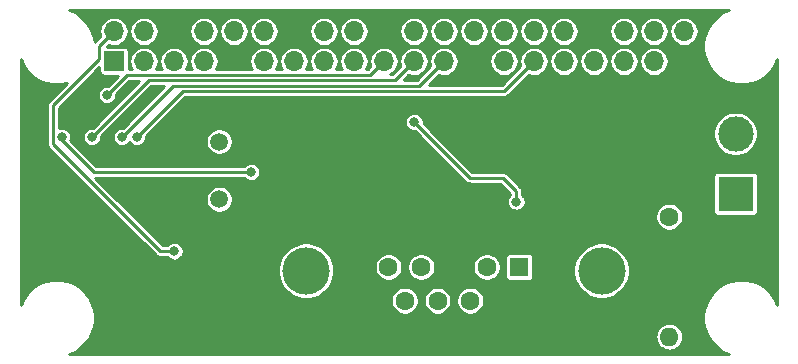
<source format=gbr>
G04 #@! TF.GenerationSoftware,KiCad,Pcbnew,5.0.0-fee4fd1~66~ubuntu18.04.1*
G04 #@! TF.CreationDate,2018-08-10T10:17:42+02:00*
G04 #@! TF.ProjectId,Can_pHat_5.0,43616E5F704861745F352E302E6B6963,rev?*
G04 #@! TF.SameCoordinates,Original*
G04 #@! TF.FileFunction,Copper,L2,Bot,Signal*
G04 #@! TF.FilePolarity,Positive*
%FSLAX46Y46*%
G04 Gerber Fmt 4.6, Leading zero omitted, Abs format (unit mm)*
G04 Created by KiCad (PCBNEW 5.0.0-fee4fd1~66~ubuntu18.04.1) date Fri Aug 10 10:17:42 2018*
%MOMM*%
%LPD*%
G01*
G04 APERTURE LIST*
G04 #@! TA.AperFunction,ComponentPad*
%ADD10R,1.600000X1.600000*%
G04 #@! TD*
G04 #@! TA.AperFunction,ComponentPad*
%ADD11C,1.600000*%
G04 #@! TD*
G04 #@! TA.AperFunction,ComponentPad*
%ADD12C,4.000000*%
G04 #@! TD*
G04 #@! TA.AperFunction,ComponentPad*
%ADD13C,1.500000*%
G04 #@! TD*
G04 #@! TA.AperFunction,ComponentPad*
%ADD14O,1.700000X1.700000*%
G04 #@! TD*
G04 #@! TA.AperFunction,ComponentPad*
%ADD15R,1.700000X1.700000*%
G04 #@! TD*
G04 #@! TA.AperFunction,ComponentPad*
%ADD16C,3.000000*%
G04 #@! TD*
G04 #@! TA.AperFunction,ComponentPad*
%ADD17R,3.000000X3.000000*%
G04 #@! TD*
G04 #@! TA.AperFunction,ComponentPad*
%ADD18O,1.600000X1.600000*%
G04 #@! TD*
G04 #@! TA.AperFunction,ViaPad*
%ADD19C,0.800000*%
G04 #@! TD*
G04 #@! TA.AperFunction,Conductor*
%ADD20C,0.250000*%
G04 #@! TD*
G04 #@! TA.AperFunction,Conductor*
%ADD21C,0.254000*%
G04 #@! TD*
G04 APERTURE END LIST*
D10*
G04 #@! TO.P,J2,1*
G04 #@! TO.N,N/C*
X59690000Y-39197000D03*
D11*
G04 #@! TO.P,J2,2*
G04 #@! TO.N,CAN-*
X56920000Y-39197000D03*
G04 #@! TO.P,J2,3*
G04 #@! TO.N,GND*
X54150000Y-39197000D03*
G04 #@! TO.P,J2,4*
G04 #@! TO.N,+5V*
X51380000Y-39197000D03*
G04 #@! TO.P,J2,5*
G04 #@! TO.N,N/C*
X48610000Y-39197000D03*
G04 #@! TO.P,J2,6*
G04 #@! TO.N,GND*
X58305000Y-42037000D03*
G04 #@! TO.P,J2,7*
G04 #@! TO.N,CAN+*
X55535000Y-42037000D03*
G04 #@! TO.P,J2,8*
G04 #@! TO.N,N/C*
X52765000Y-42037000D03*
G04 #@! TO.P,J2,9*
X49995000Y-42037000D03*
D12*
G04 #@! TO.P,J2,0*
X41650000Y-39497000D03*
X66650000Y-39497000D03*
G04 #@! TD*
D13*
G04 #@! TO.P,Y1,2*
G04 #@! TO.N,OSC2*
X34290000Y-28575000D03*
G04 #@! TO.P,Y1,1*
G04 #@! TO.N,OSC1*
X34290000Y-33455000D03*
G04 #@! TD*
D14*
G04 #@! TO.P,J1,40*
G04 #@! TO.N,N/C*
X73630000Y-19230000D03*
G04 #@! TO.P,J1,39*
G04 #@! TO.N,GND*
X73630000Y-21770000D03*
G04 #@! TO.P,J1,38*
G04 #@! TO.N,N/C*
X71090000Y-19230000D03*
G04 #@! TO.P,J1,37*
X71090000Y-21770000D03*
G04 #@! TO.P,J1,36*
X68550000Y-19230000D03*
G04 #@! TO.P,J1,35*
X68550000Y-21770000D03*
G04 #@! TO.P,J1,34*
G04 #@! TO.N,GND*
X66010000Y-19230000D03*
G04 #@! TO.P,J1,33*
G04 #@! TO.N,N/C*
X66010000Y-21770000D03*
G04 #@! TO.P,J1,32*
X63470000Y-19230000D03*
G04 #@! TO.P,J1,31*
X63470000Y-21770000D03*
G04 #@! TO.P,J1,30*
X60930000Y-19230000D03*
G04 #@! TO.P,J1,29*
G04 #@! TO.N,~INT*
X60930000Y-21770000D03*
G04 #@! TO.P,J1,28*
G04 #@! TO.N,ID_SC*
X58390000Y-19230000D03*
G04 #@! TO.P,J1,27*
G04 #@! TO.N,ID_SD*
X58390000Y-21770000D03*
G04 #@! TO.P,J1,26*
G04 #@! TO.N,N/C*
X55850000Y-19230000D03*
G04 #@! TO.P,J1,25*
G04 #@! TO.N,GND*
X55850000Y-21770000D03*
G04 #@! TO.P,J1,24*
G04 #@! TO.N,~CS*
X53310000Y-19230000D03*
G04 #@! TO.P,J1,23*
G04 #@! TO.N,SCK*
X53310000Y-21770000D03*
G04 #@! TO.P,J1,22*
G04 #@! TO.N,N/C*
X50770000Y-19230000D03*
G04 #@! TO.P,J1,21*
G04 #@! TO.N,SO*
X50770000Y-21770000D03*
G04 #@! TO.P,J1,20*
G04 #@! TO.N,GND*
X48230000Y-19230000D03*
G04 #@! TO.P,J1,19*
G04 #@! TO.N,SI*
X48230000Y-21770000D03*
G04 #@! TO.P,J1,18*
G04 #@! TO.N,N/C*
X45690000Y-19230000D03*
G04 #@! TO.P,J1,17*
G04 #@! TO.N,+3V3*
X45690000Y-21770000D03*
G04 #@! TO.P,J1,16*
G04 #@! TO.N,N/C*
X43150000Y-19230000D03*
G04 #@! TO.P,J1,15*
X43150000Y-21770000D03*
G04 #@! TO.P,J1,14*
G04 #@! TO.N,GND*
X40610000Y-19230000D03*
G04 #@! TO.P,J1,13*
G04 #@! TO.N,N/C*
X40610000Y-21770000D03*
G04 #@! TO.P,J1,12*
X38070000Y-19230000D03*
G04 #@! TO.P,J1,11*
X38070000Y-21770000D03*
G04 #@! TO.P,J1,10*
X35530000Y-19230000D03*
G04 #@! TO.P,J1,9*
G04 #@! TO.N,GND*
X35530000Y-21770000D03*
G04 #@! TO.P,J1,8*
G04 #@! TO.N,N/C*
X32990000Y-19230000D03*
G04 #@! TO.P,J1,7*
X32990000Y-21770000D03*
G04 #@! TO.P,J1,6*
G04 #@! TO.N,GND*
X30450000Y-19230000D03*
G04 #@! TO.P,J1,5*
G04 #@! TO.N,N/C*
X30450000Y-21770000D03*
G04 #@! TO.P,J1,4*
G04 #@! TO.N,+5V*
X27910000Y-19230000D03*
G04 #@! TO.P,J1,3*
G04 #@! TO.N,N/C*
X27910000Y-21770000D03*
G04 #@! TO.P,J1,2*
G04 #@! TO.N,+5V*
X25370000Y-19230000D03*
D15*
G04 #@! TO.P,J1,1*
G04 #@! TO.N,+3V3*
X25370000Y-21770000D03*
G04 #@! TD*
D16*
G04 #@! TO.P,J3,2*
G04 #@! TO.N,CAN-*
X78000000Y-27920000D03*
D17*
G04 #@! TO.P,J3,1*
G04 #@! TO.N,CAN+*
X78000000Y-33000000D03*
G04 #@! TD*
D18*
G04 #@! TO.P,R2,2*
G04 #@! TO.N,CAN+*
X72390000Y-45085000D03*
D11*
G04 #@! TO.P,R2,1*
G04 #@! TO.N,CAN-*
X72390000Y-34925000D03*
G04 #@! TD*
D19*
G04 #@! TO.N,+5V*
X30480000Y-37865001D03*
G04 #@! TO.N,GND*
X26035000Y-41910000D03*
X31750000Y-40640000D03*
X30861000Y-35814000D03*
X40894000Y-28575000D03*
X46355000Y-28321000D03*
X37973000Y-43180000D03*
X48409154Y-31391154D03*
G04 #@! TO.N,~INT*
X27305000Y-28194000D03*
G04 #@! TO.N,SCK*
X26035000Y-28194000D03*
G04 #@! TO.N,SO*
X23495000Y-28194000D03*
G04 #@! TO.N,SI*
X24765000Y-24638000D03*
G04 #@! TO.N,Net-(JP1-Pad2)*
X50800000Y-26924000D03*
X59436000Y-33655000D03*
G04 #@! TO.N,Net-(R1-Pad2)*
X36988653Y-31146653D03*
X20955000Y-28194000D03*
G04 #@! TD*
D20*
G04 #@! TO.N,+5V*
X24520001Y-20079999D02*
X25370000Y-19230000D01*
X24130000Y-20470000D02*
X24520001Y-20079999D01*
X24130000Y-21590000D02*
X24130000Y-20470000D01*
X20229999Y-25490001D02*
X24130000Y-21590000D01*
X20229999Y-28796001D02*
X20229999Y-25490001D01*
X29298999Y-37865001D02*
X20229999Y-28796001D01*
X30480000Y-37865001D02*
X29298999Y-37865001D01*
G04 #@! TO.N,~INT*
X27305000Y-28194000D02*
X31203969Y-24295031D01*
X31203969Y-24295031D02*
X58404969Y-24295031D01*
X58404969Y-24295031D02*
X60930000Y-21770000D01*
G04 #@! TO.N,SCK*
X51234979Y-23845021D02*
X53310000Y-21770000D01*
X30383979Y-23845021D02*
X51234979Y-23845021D01*
X26035000Y-28194000D02*
X30383979Y-23845021D01*
G04 #@! TO.N,SO*
X23495000Y-28194000D02*
X28293989Y-23395011D01*
X49920001Y-22619999D02*
X50770000Y-21770000D01*
X49144989Y-23395011D02*
X49920001Y-22619999D01*
X28293989Y-23395011D02*
X49144989Y-23395011D01*
G04 #@! TO.N,SI*
X48230000Y-21770000D02*
X47054999Y-22945001D01*
X26457999Y-22945001D02*
X24765000Y-24638000D01*
X47054999Y-22945001D02*
X26457999Y-22945001D01*
G04 #@! TO.N,Net-(JP1-Pad2)*
X58293000Y-31623000D02*
X55499000Y-31623000D01*
X55499000Y-31623000D02*
X50800000Y-26924000D01*
X59436000Y-32766000D02*
X58293000Y-31623000D01*
X59436000Y-33655000D02*
X59436000Y-32766000D01*
G04 #@! TO.N,Net-(R1-Pad2)*
X23653653Y-31146653D02*
X36988653Y-31146653D01*
X20955000Y-28448000D02*
X23653653Y-31146653D01*
X20955000Y-28194000D02*
X20955000Y-28448000D01*
G04 #@! TD*
D21*
G04 #@! TO.N,GND*
G36*
X76971442Y-17640270D02*
X76442907Y-17993425D01*
X75993425Y-18442907D01*
X75640270Y-18971442D01*
X75397012Y-19558719D01*
X75273000Y-20182168D01*
X75273000Y-20817832D01*
X75397012Y-21441281D01*
X75640270Y-22028558D01*
X75993425Y-22557093D01*
X76442907Y-23006575D01*
X76971442Y-23359730D01*
X77558719Y-23602988D01*
X78182168Y-23727000D01*
X78817832Y-23727000D01*
X79441281Y-23602988D01*
X80028558Y-23359730D01*
X80557093Y-23006575D01*
X81006575Y-22557093D01*
X81359730Y-22028558D01*
X81544001Y-21583688D01*
X81544000Y-42416309D01*
X81359730Y-41971442D01*
X81006575Y-41442907D01*
X80557093Y-40993425D01*
X80028558Y-40640270D01*
X79441281Y-40397012D01*
X78817832Y-40273000D01*
X78182168Y-40273000D01*
X77558719Y-40397012D01*
X76971442Y-40640270D01*
X76442907Y-40993425D01*
X75993425Y-41442907D01*
X75640270Y-41971442D01*
X75397012Y-42558719D01*
X75273000Y-43182168D01*
X75273000Y-43817832D01*
X75397012Y-44441281D01*
X75640270Y-45028558D01*
X75993425Y-45557093D01*
X76442907Y-46006575D01*
X76971442Y-46359730D01*
X77416309Y-46544000D01*
X21583691Y-46544000D01*
X22028558Y-46359730D01*
X22557093Y-46006575D01*
X23006575Y-45557093D01*
X23322016Y-45085000D01*
X71203286Y-45085000D01*
X71226088Y-45316516D01*
X71293619Y-45539136D01*
X71403283Y-45744303D01*
X71550866Y-45924134D01*
X71730697Y-46071717D01*
X71935864Y-46181381D01*
X72158484Y-46248912D01*
X72331984Y-46266000D01*
X72448016Y-46266000D01*
X72621516Y-46248912D01*
X72844136Y-46181381D01*
X73049303Y-46071717D01*
X73229134Y-45924134D01*
X73376717Y-45744303D01*
X73486381Y-45539136D01*
X73553912Y-45316516D01*
X73576714Y-45085000D01*
X73553912Y-44853484D01*
X73486381Y-44630864D01*
X73376717Y-44425697D01*
X73229134Y-44245866D01*
X73049303Y-44098283D01*
X72844136Y-43988619D01*
X72621516Y-43921088D01*
X72448016Y-43904000D01*
X72331984Y-43904000D01*
X72158484Y-43921088D01*
X71935864Y-43988619D01*
X71730697Y-44098283D01*
X71550866Y-44245866D01*
X71403283Y-44425697D01*
X71293619Y-44630864D01*
X71226088Y-44853484D01*
X71203286Y-45085000D01*
X23322016Y-45085000D01*
X23359730Y-45028558D01*
X23602988Y-44441281D01*
X23727000Y-43817832D01*
X23727000Y-43182168D01*
X23602988Y-42558719D01*
X23359730Y-41971442D01*
X23325814Y-41920682D01*
X48814000Y-41920682D01*
X48814000Y-42153318D01*
X48859386Y-42381485D01*
X48948412Y-42596413D01*
X49077658Y-42789843D01*
X49242157Y-42954342D01*
X49435587Y-43083588D01*
X49650515Y-43172614D01*
X49878682Y-43218000D01*
X50111318Y-43218000D01*
X50339485Y-43172614D01*
X50554413Y-43083588D01*
X50747843Y-42954342D01*
X50912342Y-42789843D01*
X51041588Y-42596413D01*
X51130614Y-42381485D01*
X51176000Y-42153318D01*
X51176000Y-41920682D01*
X51584000Y-41920682D01*
X51584000Y-42153318D01*
X51629386Y-42381485D01*
X51718412Y-42596413D01*
X51847658Y-42789843D01*
X52012157Y-42954342D01*
X52205587Y-43083588D01*
X52420515Y-43172614D01*
X52648682Y-43218000D01*
X52881318Y-43218000D01*
X53109485Y-43172614D01*
X53324413Y-43083588D01*
X53517843Y-42954342D01*
X53682342Y-42789843D01*
X53811588Y-42596413D01*
X53900614Y-42381485D01*
X53946000Y-42153318D01*
X53946000Y-41920682D01*
X54354000Y-41920682D01*
X54354000Y-42153318D01*
X54399386Y-42381485D01*
X54488412Y-42596413D01*
X54617658Y-42789843D01*
X54782157Y-42954342D01*
X54975587Y-43083588D01*
X55190515Y-43172614D01*
X55418682Y-43218000D01*
X55651318Y-43218000D01*
X55879485Y-43172614D01*
X56094413Y-43083588D01*
X56287843Y-42954342D01*
X56452342Y-42789843D01*
X56581588Y-42596413D01*
X56670614Y-42381485D01*
X56716000Y-42153318D01*
X56716000Y-41920682D01*
X56670614Y-41692515D01*
X56581588Y-41477587D01*
X56452342Y-41284157D01*
X56287843Y-41119658D01*
X56094413Y-40990412D01*
X55879485Y-40901386D01*
X55651318Y-40856000D01*
X55418682Y-40856000D01*
X55190515Y-40901386D01*
X54975587Y-40990412D01*
X54782157Y-41119658D01*
X54617658Y-41284157D01*
X54488412Y-41477587D01*
X54399386Y-41692515D01*
X54354000Y-41920682D01*
X53946000Y-41920682D01*
X53900614Y-41692515D01*
X53811588Y-41477587D01*
X53682342Y-41284157D01*
X53517843Y-41119658D01*
X53324413Y-40990412D01*
X53109485Y-40901386D01*
X52881318Y-40856000D01*
X52648682Y-40856000D01*
X52420515Y-40901386D01*
X52205587Y-40990412D01*
X52012157Y-41119658D01*
X51847658Y-41284157D01*
X51718412Y-41477587D01*
X51629386Y-41692515D01*
X51584000Y-41920682D01*
X51176000Y-41920682D01*
X51130614Y-41692515D01*
X51041588Y-41477587D01*
X50912342Y-41284157D01*
X50747843Y-41119658D01*
X50554413Y-40990412D01*
X50339485Y-40901386D01*
X50111318Y-40856000D01*
X49878682Y-40856000D01*
X49650515Y-40901386D01*
X49435587Y-40990412D01*
X49242157Y-41119658D01*
X49077658Y-41284157D01*
X48948412Y-41477587D01*
X48859386Y-41692515D01*
X48814000Y-41920682D01*
X23325814Y-41920682D01*
X23006575Y-41442907D01*
X22557093Y-40993425D01*
X22028558Y-40640270D01*
X21441281Y-40397012D01*
X20817832Y-40273000D01*
X20182168Y-40273000D01*
X19558719Y-40397012D01*
X18971442Y-40640270D01*
X18442907Y-40993425D01*
X17993425Y-41442907D01*
X17640270Y-41971442D01*
X17456000Y-42416309D01*
X17456000Y-39262492D01*
X39269000Y-39262492D01*
X39269000Y-39731508D01*
X39360500Y-40191512D01*
X39539985Y-40624827D01*
X39800556Y-41014799D01*
X40132201Y-41346444D01*
X40522173Y-41607015D01*
X40955488Y-41786500D01*
X41415492Y-41878000D01*
X41884508Y-41878000D01*
X42344512Y-41786500D01*
X42777827Y-41607015D01*
X43167799Y-41346444D01*
X43499444Y-41014799D01*
X43760015Y-40624827D01*
X43939500Y-40191512D01*
X44031000Y-39731508D01*
X44031000Y-39262492D01*
X43994836Y-39080682D01*
X47429000Y-39080682D01*
X47429000Y-39313318D01*
X47474386Y-39541485D01*
X47563412Y-39756413D01*
X47692658Y-39949843D01*
X47857157Y-40114342D01*
X48050587Y-40243588D01*
X48265515Y-40332614D01*
X48493682Y-40378000D01*
X48726318Y-40378000D01*
X48954485Y-40332614D01*
X49169413Y-40243588D01*
X49362843Y-40114342D01*
X49527342Y-39949843D01*
X49656588Y-39756413D01*
X49745614Y-39541485D01*
X49791000Y-39313318D01*
X49791000Y-39080682D01*
X50199000Y-39080682D01*
X50199000Y-39313318D01*
X50244386Y-39541485D01*
X50333412Y-39756413D01*
X50462658Y-39949843D01*
X50627157Y-40114342D01*
X50820587Y-40243588D01*
X51035515Y-40332614D01*
X51263682Y-40378000D01*
X51496318Y-40378000D01*
X51724485Y-40332614D01*
X51939413Y-40243588D01*
X52132843Y-40114342D01*
X52297342Y-39949843D01*
X52426588Y-39756413D01*
X52515614Y-39541485D01*
X52561000Y-39313318D01*
X52561000Y-39080682D01*
X55739000Y-39080682D01*
X55739000Y-39313318D01*
X55784386Y-39541485D01*
X55873412Y-39756413D01*
X56002658Y-39949843D01*
X56167157Y-40114342D01*
X56360587Y-40243588D01*
X56575515Y-40332614D01*
X56803682Y-40378000D01*
X57036318Y-40378000D01*
X57264485Y-40332614D01*
X57479413Y-40243588D01*
X57672843Y-40114342D01*
X57837342Y-39949843D01*
X57966588Y-39756413D01*
X58055614Y-39541485D01*
X58101000Y-39313318D01*
X58101000Y-39080682D01*
X58055614Y-38852515D01*
X57966588Y-38637587D01*
X57837342Y-38444157D01*
X57790185Y-38397000D01*
X58507157Y-38397000D01*
X58507157Y-39997000D01*
X58514513Y-40071689D01*
X58536299Y-40143508D01*
X58571678Y-40209696D01*
X58619289Y-40267711D01*
X58677304Y-40315322D01*
X58743492Y-40350701D01*
X58815311Y-40372487D01*
X58890000Y-40379843D01*
X60490000Y-40379843D01*
X60564689Y-40372487D01*
X60636508Y-40350701D01*
X60702696Y-40315322D01*
X60760711Y-40267711D01*
X60808322Y-40209696D01*
X60843701Y-40143508D01*
X60865487Y-40071689D01*
X60872843Y-39997000D01*
X60872843Y-39262492D01*
X64269000Y-39262492D01*
X64269000Y-39731508D01*
X64360500Y-40191512D01*
X64539985Y-40624827D01*
X64800556Y-41014799D01*
X65132201Y-41346444D01*
X65522173Y-41607015D01*
X65955488Y-41786500D01*
X66415492Y-41878000D01*
X66884508Y-41878000D01*
X67344512Y-41786500D01*
X67777827Y-41607015D01*
X68167799Y-41346444D01*
X68499444Y-41014799D01*
X68760015Y-40624827D01*
X68939500Y-40191512D01*
X69031000Y-39731508D01*
X69031000Y-39262492D01*
X68939500Y-38802488D01*
X68760015Y-38369173D01*
X68499444Y-37979201D01*
X68167799Y-37647556D01*
X67777827Y-37386985D01*
X67344512Y-37207500D01*
X66884508Y-37116000D01*
X66415492Y-37116000D01*
X65955488Y-37207500D01*
X65522173Y-37386985D01*
X65132201Y-37647556D01*
X64800556Y-37979201D01*
X64539985Y-38369173D01*
X64360500Y-38802488D01*
X64269000Y-39262492D01*
X60872843Y-39262492D01*
X60872843Y-38397000D01*
X60865487Y-38322311D01*
X60843701Y-38250492D01*
X60808322Y-38184304D01*
X60760711Y-38126289D01*
X60702696Y-38078678D01*
X60636508Y-38043299D01*
X60564689Y-38021513D01*
X60490000Y-38014157D01*
X58890000Y-38014157D01*
X58815311Y-38021513D01*
X58743492Y-38043299D01*
X58677304Y-38078678D01*
X58619289Y-38126289D01*
X58571678Y-38184304D01*
X58536299Y-38250492D01*
X58514513Y-38322311D01*
X58507157Y-38397000D01*
X57790185Y-38397000D01*
X57672843Y-38279658D01*
X57479413Y-38150412D01*
X57264485Y-38061386D01*
X57036318Y-38016000D01*
X56803682Y-38016000D01*
X56575515Y-38061386D01*
X56360587Y-38150412D01*
X56167157Y-38279658D01*
X56002658Y-38444157D01*
X55873412Y-38637587D01*
X55784386Y-38852515D01*
X55739000Y-39080682D01*
X52561000Y-39080682D01*
X52515614Y-38852515D01*
X52426588Y-38637587D01*
X52297342Y-38444157D01*
X52132843Y-38279658D01*
X51939413Y-38150412D01*
X51724485Y-38061386D01*
X51496318Y-38016000D01*
X51263682Y-38016000D01*
X51035515Y-38061386D01*
X50820587Y-38150412D01*
X50627157Y-38279658D01*
X50462658Y-38444157D01*
X50333412Y-38637587D01*
X50244386Y-38852515D01*
X50199000Y-39080682D01*
X49791000Y-39080682D01*
X49745614Y-38852515D01*
X49656588Y-38637587D01*
X49527342Y-38444157D01*
X49362843Y-38279658D01*
X49169413Y-38150412D01*
X48954485Y-38061386D01*
X48726318Y-38016000D01*
X48493682Y-38016000D01*
X48265515Y-38061386D01*
X48050587Y-38150412D01*
X47857157Y-38279658D01*
X47692658Y-38444157D01*
X47563412Y-38637587D01*
X47474386Y-38852515D01*
X47429000Y-39080682D01*
X43994836Y-39080682D01*
X43939500Y-38802488D01*
X43760015Y-38369173D01*
X43499444Y-37979201D01*
X43167799Y-37647556D01*
X42777827Y-37386985D01*
X42344512Y-37207500D01*
X41884508Y-37116000D01*
X41415492Y-37116000D01*
X40955488Y-37207500D01*
X40522173Y-37386985D01*
X40132201Y-37647556D01*
X39800556Y-37979201D01*
X39539985Y-38369173D01*
X39360500Y-38802488D01*
X39269000Y-39262492D01*
X17456000Y-39262492D01*
X17456000Y-21583691D01*
X17640270Y-22028558D01*
X17993425Y-22557093D01*
X18442907Y-23006575D01*
X18971442Y-23359730D01*
X19558719Y-23602988D01*
X20182168Y-23727000D01*
X20817832Y-23727000D01*
X21391523Y-23612885D01*
X19889780Y-25114629D01*
X19870473Y-25130474D01*
X19807241Y-25207522D01*
X19787400Y-25244642D01*
X19760254Y-25295427D01*
X19731321Y-25390809D01*
X19721552Y-25490001D01*
X19724000Y-25514857D01*
X19723999Y-28771155D01*
X19721552Y-28796001D01*
X19723999Y-28820847D01*
X19723999Y-28820854D01*
X19731321Y-28895193D01*
X19760254Y-28990575D01*
X19807240Y-29078480D01*
X19870472Y-29155528D01*
X19889784Y-29171377D01*
X28923627Y-38205221D01*
X28939472Y-38224528D01*
X29016520Y-38287760D01*
X29081160Y-38322311D01*
X29104424Y-38334746D01*
X29199806Y-38363679D01*
X29298999Y-38373449D01*
X29323853Y-38371001D01*
X29881499Y-38371001D01*
X29982141Y-38471643D01*
X30110058Y-38557114D01*
X30252191Y-38615988D01*
X30403078Y-38646001D01*
X30556922Y-38646001D01*
X30707809Y-38615988D01*
X30849942Y-38557114D01*
X30977859Y-38471643D01*
X31086642Y-38362860D01*
X31172113Y-38234943D01*
X31230987Y-38092810D01*
X31261000Y-37941923D01*
X31261000Y-37788079D01*
X31230987Y-37637192D01*
X31172113Y-37495059D01*
X31086642Y-37367142D01*
X30977859Y-37258359D01*
X30849942Y-37172888D01*
X30707809Y-37114014D01*
X30556922Y-37084001D01*
X30403078Y-37084001D01*
X30252191Y-37114014D01*
X30110058Y-37172888D01*
X29982141Y-37258359D01*
X29881499Y-37359001D01*
X29508591Y-37359001D01*
X26958272Y-34808682D01*
X71209000Y-34808682D01*
X71209000Y-35041318D01*
X71254386Y-35269485D01*
X71343412Y-35484413D01*
X71472658Y-35677843D01*
X71637157Y-35842342D01*
X71830587Y-35971588D01*
X72045515Y-36060614D01*
X72273682Y-36106000D01*
X72506318Y-36106000D01*
X72734485Y-36060614D01*
X72949413Y-35971588D01*
X73142843Y-35842342D01*
X73307342Y-35677843D01*
X73436588Y-35484413D01*
X73525614Y-35269485D01*
X73571000Y-35041318D01*
X73571000Y-34808682D01*
X73525614Y-34580515D01*
X73436588Y-34365587D01*
X73307342Y-34172157D01*
X73142843Y-34007658D01*
X72949413Y-33878412D01*
X72734485Y-33789386D01*
X72506318Y-33744000D01*
X72273682Y-33744000D01*
X72045515Y-33789386D01*
X71830587Y-33878412D01*
X71637157Y-34007658D01*
X71472658Y-34172157D01*
X71343412Y-34365587D01*
X71254386Y-34580515D01*
X71209000Y-34808682D01*
X26958272Y-34808682D01*
X25493196Y-33343606D01*
X33159000Y-33343606D01*
X33159000Y-33566394D01*
X33202464Y-33784900D01*
X33287721Y-33990729D01*
X33411495Y-34175970D01*
X33569030Y-34333505D01*
X33754271Y-34457279D01*
X33960100Y-34542536D01*
X34178606Y-34586000D01*
X34401394Y-34586000D01*
X34619900Y-34542536D01*
X34825729Y-34457279D01*
X35010970Y-34333505D01*
X35168505Y-34175970D01*
X35292279Y-33990729D01*
X35377536Y-33784900D01*
X35421000Y-33566394D01*
X35421000Y-33343606D01*
X35377536Y-33125100D01*
X35292279Y-32919271D01*
X35168505Y-32734030D01*
X35010970Y-32576495D01*
X34825729Y-32452721D01*
X34619900Y-32367464D01*
X34401394Y-32324000D01*
X34178606Y-32324000D01*
X33960100Y-32367464D01*
X33754271Y-32452721D01*
X33569030Y-32576495D01*
X33411495Y-32734030D01*
X33287721Y-32919271D01*
X33202464Y-33125100D01*
X33159000Y-33343606D01*
X25493196Y-33343606D01*
X23802242Y-31652653D01*
X36390152Y-31652653D01*
X36490794Y-31753295D01*
X36618711Y-31838766D01*
X36760844Y-31897640D01*
X36911731Y-31927653D01*
X37065575Y-31927653D01*
X37216462Y-31897640D01*
X37358595Y-31838766D01*
X37486512Y-31753295D01*
X37595295Y-31644512D01*
X37680766Y-31516595D01*
X37739640Y-31374462D01*
X37769653Y-31223575D01*
X37769653Y-31069731D01*
X37739640Y-30918844D01*
X37680766Y-30776711D01*
X37595295Y-30648794D01*
X37486512Y-30540011D01*
X37358595Y-30454540D01*
X37216462Y-30395666D01*
X37065575Y-30365653D01*
X36911731Y-30365653D01*
X36760844Y-30395666D01*
X36618711Y-30454540D01*
X36490794Y-30540011D01*
X36390152Y-30640653D01*
X23863245Y-30640653D01*
X21687949Y-28465357D01*
X21705987Y-28421809D01*
X21736000Y-28270922D01*
X21736000Y-28117078D01*
X21705987Y-27966191D01*
X21647113Y-27824058D01*
X21561642Y-27696141D01*
X21452859Y-27587358D01*
X21324942Y-27501887D01*
X21182809Y-27443013D01*
X21031922Y-27413000D01*
X20878078Y-27413000D01*
X20735999Y-27441261D01*
X20735999Y-25699592D01*
X24137157Y-22298435D01*
X24137157Y-22620000D01*
X24144513Y-22694689D01*
X24166299Y-22766508D01*
X24201678Y-22832696D01*
X24249289Y-22890711D01*
X24307304Y-22938322D01*
X24373492Y-22973701D01*
X24445311Y-22995487D01*
X24520000Y-23002843D01*
X25684565Y-23002843D01*
X24830409Y-23857000D01*
X24688078Y-23857000D01*
X24537191Y-23887013D01*
X24395058Y-23945887D01*
X24267141Y-24031358D01*
X24158358Y-24140141D01*
X24072887Y-24268058D01*
X24014013Y-24410191D01*
X23984000Y-24561078D01*
X23984000Y-24714922D01*
X24014013Y-24865809D01*
X24072887Y-25007942D01*
X24158358Y-25135859D01*
X24267141Y-25244642D01*
X24395058Y-25330113D01*
X24537191Y-25388987D01*
X24688078Y-25419000D01*
X24841922Y-25419000D01*
X24992809Y-25388987D01*
X25134942Y-25330113D01*
X25262859Y-25244642D01*
X25371642Y-25135859D01*
X25457113Y-25007942D01*
X25515987Y-24865809D01*
X25546000Y-24714922D01*
X25546000Y-24572591D01*
X26667591Y-23451001D01*
X27522407Y-23451001D01*
X23560409Y-27413000D01*
X23418078Y-27413000D01*
X23267191Y-27443013D01*
X23125058Y-27501887D01*
X22997141Y-27587358D01*
X22888358Y-27696141D01*
X22802887Y-27824058D01*
X22744013Y-27966191D01*
X22714000Y-28117078D01*
X22714000Y-28270922D01*
X22744013Y-28421809D01*
X22802887Y-28563942D01*
X22888358Y-28691859D01*
X22997141Y-28800642D01*
X23125058Y-28886113D01*
X23267191Y-28944987D01*
X23418078Y-28975000D01*
X23571922Y-28975000D01*
X23722809Y-28944987D01*
X23864942Y-28886113D01*
X23992859Y-28800642D01*
X24101642Y-28691859D01*
X24187113Y-28563942D01*
X24245987Y-28421809D01*
X24276000Y-28270922D01*
X24276000Y-28128591D01*
X28503581Y-23901011D01*
X29612397Y-23901011D01*
X26100409Y-27413000D01*
X25958078Y-27413000D01*
X25807191Y-27443013D01*
X25665058Y-27501887D01*
X25537141Y-27587358D01*
X25428358Y-27696141D01*
X25342887Y-27824058D01*
X25284013Y-27966191D01*
X25254000Y-28117078D01*
X25254000Y-28270922D01*
X25284013Y-28421809D01*
X25342887Y-28563942D01*
X25428358Y-28691859D01*
X25537141Y-28800642D01*
X25665058Y-28886113D01*
X25807191Y-28944987D01*
X25958078Y-28975000D01*
X26111922Y-28975000D01*
X26262809Y-28944987D01*
X26404942Y-28886113D01*
X26532859Y-28800642D01*
X26641642Y-28691859D01*
X26670000Y-28649418D01*
X26698358Y-28691859D01*
X26807141Y-28800642D01*
X26935058Y-28886113D01*
X27077191Y-28944987D01*
X27228078Y-28975000D01*
X27381922Y-28975000D01*
X27532809Y-28944987D01*
X27674942Y-28886113D01*
X27802859Y-28800642D01*
X27911642Y-28691859D01*
X27997113Y-28563942D01*
X28038673Y-28463606D01*
X33159000Y-28463606D01*
X33159000Y-28686394D01*
X33202464Y-28904900D01*
X33287721Y-29110729D01*
X33411495Y-29295970D01*
X33569030Y-29453505D01*
X33754271Y-29577279D01*
X33960100Y-29662536D01*
X34178606Y-29706000D01*
X34401394Y-29706000D01*
X34619900Y-29662536D01*
X34825729Y-29577279D01*
X35010970Y-29453505D01*
X35168505Y-29295970D01*
X35292279Y-29110729D01*
X35377536Y-28904900D01*
X35421000Y-28686394D01*
X35421000Y-28463606D01*
X35377536Y-28245100D01*
X35292279Y-28039271D01*
X35168505Y-27854030D01*
X35010970Y-27696495D01*
X34825729Y-27572721D01*
X34619900Y-27487464D01*
X34401394Y-27444000D01*
X34178606Y-27444000D01*
X33960100Y-27487464D01*
X33754271Y-27572721D01*
X33569030Y-27696495D01*
X33411495Y-27854030D01*
X33287721Y-28039271D01*
X33202464Y-28245100D01*
X33159000Y-28463606D01*
X28038673Y-28463606D01*
X28055987Y-28421809D01*
X28086000Y-28270922D01*
X28086000Y-28128591D01*
X29367513Y-26847078D01*
X50019000Y-26847078D01*
X50019000Y-27000922D01*
X50049013Y-27151809D01*
X50107887Y-27293942D01*
X50193358Y-27421859D01*
X50302141Y-27530642D01*
X50430058Y-27616113D01*
X50572191Y-27674987D01*
X50723078Y-27705000D01*
X50865409Y-27705000D01*
X55123628Y-31963220D01*
X55139473Y-31982527D01*
X55216521Y-32045759D01*
X55304425Y-32092745D01*
X55399807Y-32121678D01*
X55499000Y-32131448D01*
X55523854Y-32129000D01*
X58083409Y-32129000D01*
X58930001Y-32975593D01*
X58930001Y-33056498D01*
X58829358Y-33157141D01*
X58743887Y-33285058D01*
X58685013Y-33427191D01*
X58655000Y-33578078D01*
X58655000Y-33731922D01*
X58685013Y-33882809D01*
X58743887Y-34024942D01*
X58829358Y-34152859D01*
X58938141Y-34261642D01*
X59066058Y-34347113D01*
X59208191Y-34405987D01*
X59359078Y-34436000D01*
X59512922Y-34436000D01*
X59663809Y-34405987D01*
X59805942Y-34347113D01*
X59933859Y-34261642D01*
X60042642Y-34152859D01*
X60128113Y-34024942D01*
X60186987Y-33882809D01*
X60217000Y-33731922D01*
X60217000Y-33578078D01*
X60186987Y-33427191D01*
X60128113Y-33285058D01*
X60042642Y-33157141D01*
X59942000Y-33056499D01*
X59942000Y-32790845D01*
X59944447Y-32765999D01*
X59942000Y-32741153D01*
X59942000Y-32741146D01*
X59934678Y-32666807D01*
X59905745Y-32571425D01*
X59858759Y-32483521D01*
X59795527Y-32406473D01*
X59776220Y-32390628D01*
X58885592Y-31500000D01*
X76117157Y-31500000D01*
X76117157Y-34500000D01*
X76124513Y-34574689D01*
X76146299Y-34646508D01*
X76181678Y-34712696D01*
X76229289Y-34770711D01*
X76287304Y-34818322D01*
X76353492Y-34853701D01*
X76425311Y-34875487D01*
X76500000Y-34882843D01*
X79500000Y-34882843D01*
X79574689Y-34875487D01*
X79646508Y-34853701D01*
X79712696Y-34818322D01*
X79770711Y-34770711D01*
X79818322Y-34712696D01*
X79853701Y-34646508D01*
X79875487Y-34574689D01*
X79882843Y-34500000D01*
X79882843Y-31500000D01*
X79875487Y-31425311D01*
X79853701Y-31353492D01*
X79818322Y-31287304D01*
X79770711Y-31229289D01*
X79712696Y-31181678D01*
X79646508Y-31146299D01*
X79574689Y-31124513D01*
X79500000Y-31117157D01*
X76500000Y-31117157D01*
X76425311Y-31124513D01*
X76353492Y-31146299D01*
X76287304Y-31181678D01*
X76229289Y-31229289D01*
X76181678Y-31287304D01*
X76146299Y-31353492D01*
X76124513Y-31425311D01*
X76117157Y-31500000D01*
X58885592Y-31500000D01*
X58668376Y-31282785D01*
X58652527Y-31263473D01*
X58575479Y-31200241D01*
X58487575Y-31153255D01*
X58392193Y-31124322D01*
X58317854Y-31117000D01*
X58317846Y-31117000D01*
X58293000Y-31114553D01*
X58268154Y-31117000D01*
X55708592Y-31117000D01*
X52326330Y-27734738D01*
X76119000Y-27734738D01*
X76119000Y-28105262D01*
X76191286Y-28468667D01*
X76333080Y-28810987D01*
X76538932Y-29119067D01*
X76800933Y-29381068D01*
X77109013Y-29586920D01*
X77451333Y-29728714D01*
X77814738Y-29801000D01*
X78185262Y-29801000D01*
X78548667Y-29728714D01*
X78890987Y-29586920D01*
X79199067Y-29381068D01*
X79461068Y-29119067D01*
X79666920Y-28810987D01*
X79808714Y-28468667D01*
X79881000Y-28105262D01*
X79881000Y-27734738D01*
X79808714Y-27371333D01*
X79666920Y-27029013D01*
X79461068Y-26720933D01*
X79199067Y-26458932D01*
X78890987Y-26253080D01*
X78548667Y-26111286D01*
X78185262Y-26039000D01*
X77814738Y-26039000D01*
X77451333Y-26111286D01*
X77109013Y-26253080D01*
X76800933Y-26458932D01*
X76538932Y-26720933D01*
X76333080Y-27029013D01*
X76191286Y-27371333D01*
X76119000Y-27734738D01*
X52326330Y-27734738D01*
X51581000Y-26989409D01*
X51581000Y-26847078D01*
X51550987Y-26696191D01*
X51492113Y-26554058D01*
X51406642Y-26426141D01*
X51297859Y-26317358D01*
X51169942Y-26231887D01*
X51027809Y-26173013D01*
X50876922Y-26143000D01*
X50723078Y-26143000D01*
X50572191Y-26173013D01*
X50430058Y-26231887D01*
X50302141Y-26317358D01*
X50193358Y-26426141D01*
X50107887Y-26554058D01*
X50049013Y-26696191D01*
X50019000Y-26847078D01*
X29367513Y-26847078D01*
X31413561Y-24801031D01*
X58380123Y-24801031D01*
X58404969Y-24803478D01*
X58429815Y-24801031D01*
X58429823Y-24801031D01*
X58504162Y-24793709D01*
X58599544Y-24764776D01*
X58687448Y-24717790D01*
X58764496Y-24654558D01*
X58780345Y-24635246D01*
X60492051Y-22923541D01*
X60688682Y-22983188D01*
X60869528Y-23001000D01*
X60990472Y-23001000D01*
X61171318Y-22983188D01*
X61403363Y-22912798D01*
X61617216Y-22798491D01*
X61804660Y-22644660D01*
X61958491Y-22457216D01*
X62072798Y-22243363D01*
X62143188Y-22011318D01*
X62166956Y-21770000D01*
X62233044Y-21770000D01*
X62256812Y-22011318D01*
X62327202Y-22243363D01*
X62441509Y-22457216D01*
X62595340Y-22644660D01*
X62782784Y-22798491D01*
X62996637Y-22912798D01*
X63228682Y-22983188D01*
X63409528Y-23001000D01*
X63530472Y-23001000D01*
X63711318Y-22983188D01*
X63943363Y-22912798D01*
X64157216Y-22798491D01*
X64344660Y-22644660D01*
X64498491Y-22457216D01*
X64612798Y-22243363D01*
X64683188Y-22011318D01*
X64706956Y-21770000D01*
X64773044Y-21770000D01*
X64796812Y-22011318D01*
X64867202Y-22243363D01*
X64981509Y-22457216D01*
X65135340Y-22644660D01*
X65322784Y-22798491D01*
X65536637Y-22912798D01*
X65768682Y-22983188D01*
X65949528Y-23001000D01*
X66070472Y-23001000D01*
X66251318Y-22983188D01*
X66483363Y-22912798D01*
X66697216Y-22798491D01*
X66884660Y-22644660D01*
X67038491Y-22457216D01*
X67152798Y-22243363D01*
X67223188Y-22011318D01*
X67246956Y-21770000D01*
X67313044Y-21770000D01*
X67336812Y-22011318D01*
X67407202Y-22243363D01*
X67521509Y-22457216D01*
X67675340Y-22644660D01*
X67862784Y-22798491D01*
X68076637Y-22912798D01*
X68308682Y-22983188D01*
X68489528Y-23001000D01*
X68610472Y-23001000D01*
X68791318Y-22983188D01*
X69023363Y-22912798D01*
X69237216Y-22798491D01*
X69424660Y-22644660D01*
X69578491Y-22457216D01*
X69692798Y-22243363D01*
X69763188Y-22011318D01*
X69786956Y-21770000D01*
X69853044Y-21770000D01*
X69876812Y-22011318D01*
X69947202Y-22243363D01*
X70061509Y-22457216D01*
X70215340Y-22644660D01*
X70402784Y-22798491D01*
X70616637Y-22912798D01*
X70848682Y-22983188D01*
X71029528Y-23001000D01*
X71150472Y-23001000D01*
X71331318Y-22983188D01*
X71563363Y-22912798D01*
X71777216Y-22798491D01*
X71964660Y-22644660D01*
X72118491Y-22457216D01*
X72232798Y-22243363D01*
X72303188Y-22011318D01*
X72326956Y-21770000D01*
X72303188Y-21528682D01*
X72232798Y-21296637D01*
X72118491Y-21082784D01*
X71964660Y-20895340D01*
X71777216Y-20741509D01*
X71563363Y-20627202D01*
X71331318Y-20556812D01*
X71150472Y-20539000D01*
X71029528Y-20539000D01*
X70848682Y-20556812D01*
X70616637Y-20627202D01*
X70402784Y-20741509D01*
X70215340Y-20895340D01*
X70061509Y-21082784D01*
X69947202Y-21296637D01*
X69876812Y-21528682D01*
X69853044Y-21770000D01*
X69786956Y-21770000D01*
X69763188Y-21528682D01*
X69692798Y-21296637D01*
X69578491Y-21082784D01*
X69424660Y-20895340D01*
X69237216Y-20741509D01*
X69023363Y-20627202D01*
X68791318Y-20556812D01*
X68610472Y-20539000D01*
X68489528Y-20539000D01*
X68308682Y-20556812D01*
X68076637Y-20627202D01*
X67862784Y-20741509D01*
X67675340Y-20895340D01*
X67521509Y-21082784D01*
X67407202Y-21296637D01*
X67336812Y-21528682D01*
X67313044Y-21770000D01*
X67246956Y-21770000D01*
X67223188Y-21528682D01*
X67152798Y-21296637D01*
X67038491Y-21082784D01*
X66884660Y-20895340D01*
X66697216Y-20741509D01*
X66483363Y-20627202D01*
X66251318Y-20556812D01*
X66070472Y-20539000D01*
X65949528Y-20539000D01*
X65768682Y-20556812D01*
X65536637Y-20627202D01*
X65322784Y-20741509D01*
X65135340Y-20895340D01*
X64981509Y-21082784D01*
X64867202Y-21296637D01*
X64796812Y-21528682D01*
X64773044Y-21770000D01*
X64706956Y-21770000D01*
X64683188Y-21528682D01*
X64612798Y-21296637D01*
X64498491Y-21082784D01*
X64344660Y-20895340D01*
X64157216Y-20741509D01*
X63943363Y-20627202D01*
X63711318Y-20556812D01*
X63530472Y-20539000D01*
X63409528Y-20539000D01*
X63228682Y-20556812D01*
X62996637Y-20627202D01*
X62782784Y-20741509D01*
X62595340Y-20895340D01*
X62441509Y-21082784D01*
X62327202Y-21296637D01*
X62256812Y-21528682D01*
X62233044Y-21770000D01*
X62166956Y-21770000D01*
X62143188Y-21528682D01*
X62072798Y-21296637D01*
X61958491Y-21082784D01*
X61804660Y-20895340D01*
X61617216Y-20741509D01*
X61403363Y-20627202D01*
X61171318Y-20556812D01*
X60990472Y-20539000D01*
X60869528Y-20539000D01*
X60688682Y-20556812D01*
X60456637Y-20627202D01*
X60242784Y-20741509D01*
X60055340Y-20895340D01*
X59901509Y-21082784D01*
X59787202Y-21296637D01*
X59716812Y-21528682D01*
X59693044Y-21770000D01*
X59716812Y-22011318D01*
X59776459Y-22207949D01*
X58195378Y-23789031D01*
X52006560Y-23789031D01*
X52872051Y-22923541D01*
X53068682Y-22983188D01*
X53249528Y-23001000D01*
X53370472Y-23001000D01*
X53551318Y-22983188D01*
X53783363Y-22912798D01*
X53997216Y-22798491D01*
X54184660Y-22644660D01*
X54338491Y-22457216D01*
X54452798Y-22243363D01*
X54523188Y-22011318D01*
X54546956Y-21770000D01*
X57153044Y-21770000D01*
X57176812Y-22011318D01*
X57247202Y-22243363D01*
X57361509Y-22457216D01*
X57515340Y-22644660D01*
X57702784Y-22798491D01*
X57916637Y-22912798D01*
X58148682Y-22983188D01*
X58329528Y-23001000D01*
X58450472Y-23001000D01*
X58631318Y-22983188D01*
X58863363Y-22912798D01*
X59077216Y-22798491D01*
X59264660Y-22644660D01*
X59418491Y-22457216D01*
X59532798Y-22243363D01*
X59603188Y-22011318D01*
X59626956Y-21770000D01*
X59603188Y-21528682D01*
X59532798Y-21296637D01*
X59418491Y-21082784D01*
X59264660Y-20895340D01*
X59077216Y-20741509D01*
X58863363Y-20627202D01*
X58631318Y-20556812D01*
X58450472Y-20539000D01*
X58329528Y-20539000D01*
X58148682Y-20556812D01*
X57916637Y-20627202D01*
X57702784Y-20741509D01*
X57515340Y-20895340D01*
X57361509Y-21082784D01*
X57247202Y-21296637D01*
X57176812Y-21528682D01*
X57153044Y-21770000D01*
X54546956Y-21770000D01*
X54523188Y-21528682D01*
X54452798Y-21296637D01*
X54338491Y-21082784D01*
X54184660Y-20895340D01*
X53997216Y-20741509D01*
X53783363Y-20627202D01*
X53551318Y-20556812D01*
X53370472Y-20539000D01*
X53249528Y-20539000D01*
X53068682Y-20556812D01*
X52836637Y-20627202D01*
X52622784Y-20741509D01*
X52435340Y-20895340D01*
X52281509Y-21082784D01*
X52167202Y-21296637D01*
X52096812Y-21528682D01*
X52073044Y-21770000D01*
X52096812Y-22011318D01*
X52156459Y-22207949D01*
X51025388Y-23339021D01*
X49916571Y-23339021D01*
X50295371Y-22960221D01*
X50295375Y-22960216D01*
X50332051Y-22923541D01*
X50528682Y-22983188D01*
X50709528Y-23001000D01*
X50830472Y-23001000D01*
X51011318Y-22983188D01*
X51243363Y-22912798D01*
X51457216Y-22798491D01*
X51644660Y-22644660D01*
X51798491Y-22457216D01*
X51912798Y-22243363D01*
X51983188Y-22011318D01*
X52006956Y-21770000D01*
X51983188Y-21528682D01*
X51912798Y-21296637D01*
X51798491Y-21082784D01*
X51644660Y-20895340D01*
X51457216Y-20741509D01*
X51243363Y-20627202D01*
X51011318Y-20556812D01*
X50830472Y-20539000D01*
X50709528Y-20539000D01*
X50528682Y-20556812D01*
X50296637Y-20627202D01*
X50082784Y-20741509D01*
X49895340Y-20895340D01*
X49741509Y-21082784D01*
X49627202Y-21296637D01*
X49556812Y-21528682D01*
X49533044Y-21770000D01*
X49556812Y-22011318D01*
X49616459Y-22207949D01*
X49579784Y-22244625D01*
X49579779Y-22244629D01*
X48935398Y-22889011D01*
X48747865Y-22889011D01*
X48917216Y-22798491D01*
X49104660Y-22644660D01*
X49258491Y-22457216D01*
X49372798Y-22243363D01*
X49443188Y-22011318D01*
X49466956Y-21770000D01*
X49443188Y-21528682D01*
X49372798Y-21296637D01*
X49258491Y-21082784D01*
X49104660Y-20895340D01*
X48917216Y-20741509D01*
X48703363Y-20627202D01*
X48471318Y-20556812D01*
X48290472Y-20539000D01*
X48169528Y-20539000D01*
X47988682Y-20556812D01*
X47756637Y-20627202D01*
X47542784Y-20741509D01*
X47355340Y-20895340D01*
X47201509Y-21082784D01*
X47087202Y-21296637D01*
X47016812Y-21528682D01*
X46993044Y-21770000D01*
X47016812Y-22011318D01*
X47076459Y-22207949D01*
X46845408Y-22439001D01*
X46728227Y-22439001D01*
X46832798Y-22243363D01*
X46903188Y-22011318D01*
X46926956Y-21770000D01*
X46903188Y-21528682D01*
X46832798Y-21296637D01*
X46718491Y-21082784D01*
X46564660Y-20895340D01*
X46377216Y-20741509D01*
X46163363Y-20627202D01*
X45931318Y-20556812D01*
X45750472Y-20539000D01*
X45629528Y-20539000D01*
X45448682Y-20556812D01*
X45216637Y-20627202D01*
X45002784Y-20741509D01*
X44815340Y-20895340D01*
X44661509Y-21082784D01*
X44547202Y-21296637D01*
X44476812Y-21528682D01*
X44453044Y-21770000D01*
X44476812Y-22011318D01*
X44547202Y-22243363D01*
X44651773Y-22439001D01*
X44188227Y-22439001D01*
X44292798Y-22243363D01*
X44363188Y-22011318D01*
X44386956Y-21770000D01*
X44363188Y-21528682D01*
X44292798Y-21296637D01*
X44178491Y-21082784D01*
X44024660Y-20895340D01*
X43837216Y-20741509D01*
X43623363Y-20627202D01*
X43391318Y-20556812D01*
X43210472Y-20539000D01*
X43089528Y-20539000D01*
X42908682Y-20556812D01*
X42676637Y-20627202D01*
X42462784Y-20741509D01*
X42275340Y-20895340D01*
X42121509Y-21082784D01*
X42007202Y-21296637D01*
X41936812Y-21528682D01*
X41913044Y-21770000D01*
X41936812Y-22011318D01*
X42007202Y-22243363D01*
X42111773Y-22439001D01*
X41648227Y-22439001D01*
X41752798Y-22243363D01*
X41823188Y-22011318D01*
X41846956Y-21770000D01*
X41823188Y-21528682D01*
X41752798Y-21296637D01*
X41638491Y-21082784D01*
X41484660Y-20895340D01*
X41297216Y-20741509D01*
X41083363Y-20627202D01*
X40851318Y-20556812D01*
X40670472Y-20539000D01*
X40549528Y-20539000D01*
X40368682Y-20556812D01*
X40136637Y-20627202D01*
X39922784Y-20741509D01*
X39735340Y-20895340D01*
X39581509Y-21082784D01*
X39467202Y-21296637D01*
X39396812Y-21528682D01*
X39373044Y-21770000D01*
X39396812Y-22011318D01*
X39467202Y-22243363D01*
X39571773Y-22439001D01*
X39108227Y-22439001D01*
X39212798Y-22243363D01*
X39283188Y-22011318D01*
X39306956Y-21770000D01*
X39283188Y-21528682D01*
X39212798Y-21296637D01*
X39098491Y-21082784D01*
X38944660Y-20895340D01*
X38757216Y-20741509D01*
X38543363Y-20627202D01*
X38311318Y-20556812D01*
X38130472Y-20539000D01*
X38009528Y-20539000D01*
X37828682Y-20556812D01*
X37596637Y-20627202D01*
X37382784Y-20741509D01*
X37195340Y-20895340D01*
X37041509Y-21082784D01*
X36927202Y-21296637D01*
X36856812Y-21528682D01*
X36833044Y-21770000D01*
X36856812Y-22011318D01*
X36927202Y-22243363D01*
X37031773Y-22439001D01*
X34028227Y-22439001D01*
X34132798Y-22243363D01*
X34203188Y-22011318D01*
X34226956Y-21770000D01*
X34203188Y-21528682D01*
X34132798Y-21296637D01*
X34018491Y-21082784D01*
X33864660Y-20895340D01*
X33677216Y-20741509D01*
X33463363Y-20627202D01*
X33231318Y-20556812D01*
X33050472Y-20539000D01*
X32929528Y-20539000D01*
X32748682Y-20556812D01*
X32516637Y-20627202D01*
X32302784Y-20741509D01*
X32115340Y-20895340D01*
X31961509Y-21082784D01*
X31847202Y-21296637D01*
X31776812Y-21528682D01*
X31753044Y-21770000D01*
X31776812Y-22011318D01*
X31847202Y-22243363D01*
X31951773Y-22439001D01*
X31488227Y-22439001D01*
X31592798Y-22243363D01*
X31663188Y-22011318D01*
X31686956Y-21770000D01*
X31663188Y-21528682D01*
X31592798Y-21296637D01*
X31478491Y-21082784D01*
X31324660Y-20895340D01*
X31137216Y-20741509D01*
X30923363Y-20627202D01*
X30691318Y-20556812D01*
X30510472Y-20539000D01*
X30389528Y-20539000D01*
X30208682Y-20556812D01*
X29976637Y-20627202D01*
X29762784Y-20741509D01*
X29575340Y-20895340D01*
X29421509Y-21082784D01*
X29307202Y-21296637D01*
X29236812Y-21528682D01*
X29213044Y-21770000D01*
X29236812Y-22011318D01*
X29307202Y-22243363D01*
X29411773Y-22439001D01*
X28948227Y-22439001D01*
X29052798Y-22243363D01*
X29123188Y-22011318D01*
X29146956Y-21770000D01*
X29123188Y-21528682D01*
X29052798Y-21296637D01*
X28938491Y-21082784D01*
X28784660Y-20895340D01*
X28597216Y-20741509D01*
X28383363Y-20627202D01*
X28151318Y-20556812D01*
X27970472Y-20539000D01*
X27849528Y-20539000D01*
X27668682Y-20556812D01*
X27436637Y-20627202D01*
X27222784Y-20741509D01*
X27035340Y-20895340D01*
X26881509Y-21082784D01*
X26767202Y-21296637D01*
X26696812Y-21528682D01*
X26673044Y-21770000D01*
X26696812Y-22011318D01*
X26767202Y-22243363D01*
X26871773Y-22439001D01*
X26602843Y-22439001D01*
X26602843Y-20920000D01*
X26595487Y-20845311D01*
X26573701Y-20773492D01*
X26538322Y-20707304D01*
X26490711Y-20649289D01*
X26432696Y-20601678D01*
X26366508Y-20566299D01*
X26294689Y-20544513D01*
X26220000Y-20537157D01*
X24778435Y-20537157D01*
X24895371Y-20420221D01*
X24895375Y-20420216D01*
X24932051Y-20383541D01*
X25128682Y-20443188D01*
X25309528Y-20461000D01*
X25430472Y-20461000D01*
X25611318Y-20443188D01*
X25843363Y-20372798D01*
X26057216Y-20258491D01*
X26244660Y-20104660D01*
X26398491Y-19917216D01*
X26512798Y-19703363D01*
X26583188Y-19471318D01*
X26606956Y-19230000D01*
X26673044Y-19230000D01*
X26696812Y-19471318D01*
X26767202Y-19703363D01*
X26881509Y-19917216D01*
X27035340Y-20104660D01*
X27222784Y-20258491D01*
X27436637Y-20372798D01*
X27668682Y-20443188D01*
X27849528Y-20461000D01*
X27970472Y-20461000D01*
X28151318Y-20443188D01*
X28383363Y-20372798D01*
X28597216Y-20258491D01*
X28784660Y-20104660D01*
X28938491Y-19917216D01*
X29052798Y-19703363D01*
X29123188Y-19471318D01*
X29146956Y-19230000D01*
X31753044Y-19230000D01*
X31776812Y-19471318D01*
X31847202Y-19703363D01*
X31961509Y-19917216D01*
X32115340Y-20104660D01*
X32302784Y-20258491D01*
X32516637Y-20372798D01*
X32748682Y-20443188D01*
X32929528Y-20461000D01*
X33050472Y-20461000D01*
X33231318Y-20443188D01*
X33463363Y-20372798D01*
X33677216Y-20258491D01*
X33864660Y-20104660D01*
X34018491Y-19917216D01*
X34132798Y-19703363D01*
X34203188Y-19471318D01*
X34226956Y-19230000D01*
X34293044Y-19230000D01*
X34316812Y-19471318D01*
X34387202Y-19703363D01*
X34501509Y-19917216D01*
X34655340Y-20104660D01*
X34842784Y-20258491D01*
X35056637Y-20372798D01*
X35288682Y-20443188D01*
X35469528Y-20461000D01*
X35590472Y-20461000D01*
X35771318Y-20443188D01*
X36003363Y-20372798D01*
X36217216Y-20258491D01*
X36404660Y-20104660D01*
X36558491Y-19917216D01*
X36672798Y-19703363D01*
X36743188Y-19471318D01*
X36766956Y-19230000D01*
X36833044Y-19230000D01*
X36856812Y-19471318D01*
X36927202Y-19703363D01*
X37041509Y-19917216D01*
X37195340Y-20104660D01*
X37382784Y-20258491D01*
X37596637Y-20372798D01*
X37828682Y-20443188D01*
X38009528Y-20461000D01*
X38130472Y-20461000D01*
X38311318Y-20443188D01*
X38543363Y-20372798D01*
X38757216Y-20258491D01*
X38944660Y-20104660D01*
X39098491Y-19917216D01*
X39212798Y-19703363D01*
X39283188Y-19471318D01*
X39306956Y-19230000D01*
X41913044Y-19230000D01*
X41936812Y-19471318D01*
X42007202Y-19703363D01*
X42121509Y-19917216D01*
X42275340Y-20104660D01*
X42462784Y-20258491D01*
X42676637Y-20372798D01*
X42908682Y-20443188D01*
X43089528Y-20461000D01*
X43210472Y-20461000D01*
X43391318Y-20443188D01*
X43623363Y-20372798D01*
X43837216Y-20258491D01*
X44024660Y-20104660D01*
X44178491Y-19917216D01*
X44292798Y-19703363D01*
X44363188Y-19471318D01*
X44386956Y-19230000D01*
X44453044Y-19230000D01*
X44476812Y-19471318D01*
X44547202Y-19703363D01*
X44661509Y-19917216D01*
X44815340Y-20104660D01*
X45002784Y-20258491D01*
X45216637Y-20372798D01*
X45448682Y-20443188D01*
X45629528Y-20461000D01*
X45750472Y-20461000D01*
X45931318Y-20443188D01*
X46163363Y-20372798D01*
X46377216Y-20258491D01*
X46564660Y-20104660D01*
X46718491Y-19917216D01*
X46832798Y-19703363D01*
X46903188Y-19471318D01*
X46926956Y-19230000D01*
X49533044Y-19230000D01*
X49556812Y-19471318D01*
X49627202Y-19703363D01*
X49741509Y-19917216D01*
X49895340Y-20104660D01*
X50082784Y-20258491D01*
X50296637Y-20372798D01*
X50528682Y-20443188D01*
X50709528Y-20461000D01*
X50830472Y-20461000D01*
X51011318Y-20443188D01*
X51243363Y-20372798D01*
X51457216Y-20258491D01*
X51644660Y-20104660D01*
X51798491Y-19917216D01*
X51912798Y-19703363D01*
X51983188Y-19471318D01*
X52006956Y-19230000D01*
X52073044Y-19230000D01*
X52096812Y-19471318D01*
X52167202Y-19703363D01*
X52281509Y-19917216D01*
X52435340Y-20104660D01*
X52622784Y-20258491D01*
X52836637Y-20372798D01*
X53068682Y-20443188D01*
X53249528Y-20461000D01*
X53370472Y-20461000D01*
X53551318Y-20443188D01*
X53783363Y-20372798D01*
X53997216Y-20258491D01*
X54184660Y-20104660D01*
X54338491Y-19917216D01*
X54452798Y-19703363D01*
X54523188Y-19471318D01*
X54546956Y-19230000D01*
X54613044Y-19230000D01*
X54636812Y-19471318D01*
X54707202Y-19703363D01*
X54821509Y-19917216D01*
X54975340Y-20104660D01*
X55162784Y-20258491D01*
X55376637Y-20372798D01*
X55608682Y-20443188D01*
X55789528Y-20461000D01*
X55910472Y-20461000D01*
X56091318Y-20443188D01*
X56323363Y-20372798D01*
X56537216Y-20258491D01*
X56724660Y-20104660D01*
X56878491Y-19917216D01*
X56992798Y-19703363D01*
X57063188Y-19471318D01*
X57086956Y-19230000D01*
X57153044Y-19230000D01*
X57176812Y-19471318D01*
X57247202Y-19703363D01*
X57361509Y-19917216D01*
X57515340Y-20104660D01*
X57702784Y-20258491D01*
X57916637Y-20372798D01*
X58148682Y-20443188D01*
X58329528Y-20461000D01*
X58450472Y-20461000D01*
X58631318Y-20443188D01*
X58863363Y-20372798D01*
X59077216Y-20258491D01*
X59264660Y-20104660D01*
X59418491Y-19917216D01*
X59532798Y-19703363D01*
X59603188Y-19471318D01*
X59626956Y-19230000D01*
X59693044Y-19230000D01*
X59716812Y-19471318D01*
X59787202Y-19703363D01*
X59901509Y-19917216D01*
X60055340Y-20104660D01*
X60242784Y-20258491D01*
X60456637Y-20372798D01*
X60688682Y-20443188D01*
X60869528Y-20461000D01*
X60990472Y-20461000D01*
X61171318Y-20443188D01*
X61403363Y-20372798D01*
X61617216Y-20258491D01*
X61804660Y-20104660D01*
X61958491Y-19917216D01*
X62072798Y-19703363D01*
X62143188Y-19471318D01*
X62166956Y-19230000D01*
X62233044Y-19230000D01*
X62256812Y-19471318D01*
X62327202Y-19703363D01*
X62441509Y-19917216D01*
X62595340Y-20104660D01*
X62782784Y-20258491D01*
X62996637Y-20372798D01*
X63228682Y-20443188D01*
X63409528Y-20461000D01*
X63530472Y-20461000D01*
X63711318Y-20443188D01*
X63943363Y-20372798D01*
X64157216Y-20258491D01*
X64344660Y-20104660D01*
X64498491Y-19917216D01*
X64612798Y-19703363D01*
X64683188Y-19471318D01*
X64706956Y-19230000D01*
X67313044Y-19230000D01*
X67336812Y-19471318D01*
X67407202Y-19703363D01*
X67521509Y-19917216D01*
X67675340Y-20104660D01*
X67862784Y-20258491D01*
X68076637Y-20372798D01*
X68308682Y-20443188D01*
X68489528Y-20461000D01*
X68610472Y-20461000D01*
X68791318Y-20443188D01*
X69023363Y-20372798D01*
X69237216Y-20258491D01*
X69424660Y-20104660D01*
X69578491Y-19917216D01*
X69692798Y-19703363D01*
X69763188Y-19471318D01*
X69786956Y-19230000D01*
X69853044Y-19230000D01*
X69876812Y-19471318D01*
X69947202Y-19703363D01*
X70061509Y-19917216D01*
X70215340Y-20104660D01*
X70402784Y-20258491D01*
X70616637Y-20372798D01*
X70848682Y-20443188D01*
X71029528Y-20461000D01*
X71150472Y-20461000D01*
X71331318Y-20443188D01*
X71563363Y-20372798D01*
X71777216Y-20258491D01*
X71964660Y-20104660D01*
X72118491Y-19917216D01*
X72232798Y-19703363D01*
X72303188Y-19471318D01*
X72326956Y-19230000D01*
X72393044Y-19230000D01*
X72416812Y-19471318D01*
X72487202Y-19703363D01*
X72601509Y-19917216D01*
X72755340Y-20104660D01*
X72942784Y-20258491D01*
X73156637Y-20372798D01*
X73388682Y-20443188D01*
X73569528Y-20461000D01*
X73690472Y-20461000D01*
X73871318Y-20443188D01*
X74103363Y-20372798D01*
X74317216Y-20258491D01*
X74504660Y-20104660D01*
X74658491Y-19917216D01*
X74772798Y-19703363D01*
X74843188Y-19471318D01*
X74866956Y-19230000D01*
X74843188Y-18988682D01*
X74772798Y-18756637D01*
X74658491Y-18542784D01*
X74504660Y-18355340D01*
X74317216Y-18201509D01*
X74103363Y-18087202D01*
X73871318Y-18016812D01*
X73690472Y-17999000D01*
X73569528Y-17999000D01*
X73388682Y-18016812D01*
X73156637Y-18087202D01*
X72942784Y-18201509D01*
X72755340Y-18355340D01*
X72601509Y-18542784D01*
X72487202Y-18756637D01*
X72416812Y-18988682D01*
X72393044Y-19230000D01*
X72326956Y-19230000D01*
X72303188Y-18988682D01*
X72232798Y-18756637D01*
X72118491Y-18542784D01*
X71964660Y-18355340D01*
X71777216Y-18201509D01*
X71563363Y-18087202D01*
X71331318Y-18016812D01*
X71150472Y-17999000D01*
X71029528Y-17999000D01*
X70848682Y-18016812D01*
X70616637Y-18087202D01*
X70402784Y-18201509D01*
X70215340Y-18355340D01*
X70061509Y-18542784D01*
X69947202Y-18756637D01*
X69876812Y-18988682D01*
X69853044Y-19230000D01*
X69786956Y-19230000D01*
X69763188Y-18988682D01*
X69692798Y-18756637D01*
X69578491Y-18542784D01*
X69424660Y-18355340D01*
X69237216Y-18201509D01*
X69023363Y-18087202D01*
X68791318Y-18016812D01*
X68610472Y-17999000D01*
X68489528Y-17999000D01*
X68308682Y-18016812D01*
X68076637Y-18087202D01*
X67862784Y-18201509D01*
X67675340Y-18355340D01*
X67521509Y-18542784D01*
X67407202Y-18756637D01*
X67336812Y-18988682D01*
X67313044Y-19230000D01*
X64706956Y-19230000D01*
X64683188Y-18988682D01*
X64612798Y-18756637D01*
X64498491Y-18542784D01*
X64344660Y-18355340D01*
X64157216Y-18201509D01*
X63943363Y-18087202D01*
X63711318Y-18016812D01*
X63530472Y-17999000D01*
X63409528Y-17999000D01*
X63228682Y-18016812D01*
X62996637Y-18087202D01*
X62782784Y-18201509D01*
X62595340Y-18355340D01*
X62441509Y-18542784D01*
X62327202Y-18756637D01*
X62256812Y-18988682D01*
X62233044Y-19230000D01*
X62166956Y-19230000D01*
X62143188Y-18988682D01*
X62072798Y-18756637D01*
X61958491Y-18542784D01*
X61804660Y-18355340D01*
X61617216Y-18201509D01*
X61403363Y-18087202D01*
X61171318Y-18016812D01*
X60990472Y-17999000D01*
X60869528Y-17999000D01*
X60688682Y-18016812D01*
X60456637Y-18087202D01*
X60242784Y-18201509D01*
X60055340Y-18355340D01*
X59901509Y-18542784D01*
X59787202Y-18756637D01*
X59716812Y-18988682D01*
X59693044Y-19230000D01*
X59626956Y-19230000D01*
X59603188Y-18988682D01*
X59532798Y-18756637D01*
X59418491Y-18542784D01*
X59264660Y-18355340D01*
X59077216Y-18201509D01*
X58863363Y-18087202D01*
X58631318Y-18016812D01*
X58450472Y-17999000D01*
X58329528Y-17999000D01*
X58148682Y-18016812D01*
X57916637Y-18087202D01*
X57702784Y-18201509D01*
X57515340Y-18355340D01*
X57361509Y-18542784D01*
X57247202Y-18756637D01*
X57176812Y-18988682D01*
X57153044Y-19230000D01*
X57086956Y-19230000D01*
X57063188Y-18988682D01*
X56992798Y-18756637D01*
X56878491Y-18542784D01*
X56724660Y-18355340D01*
X56537216Y-18201509D01*
X56323363Y-18087202D01*
X56091318Y-18016812D01*
X55910472Y-17999000D01*
X55789528Y-17999000D01*
X55608682Y-18016812D01*
X55376637Y-18087202D01*
X55162784Y-18201509D01*
X54975340Y-18355340D01*
X54821509Y-18542784D01*
X54707202Y-18756637D01*
X54636812Y-18988682D01*
X54613044Y-19230000D01*
X54546956Y-19230000D01*
X54523188Y-18988682D01*
X54452798Y-18756637D01*
X54338491Y-18542784D01*
X54184660Y-18355340D01*
X53997216Y-18201509D01*
X53783363Y-18087202D01*
X53551318Y-18016812D01*
X53370472Y-17999000D01*
X53249528Y-17999000D01*
X53068682Y-18016812D01*
X52836637Y-18087202D01*
X52622784Y-18201509D01*
X52435340Y-18355340D01*
X52281509Y-18542784D01*
X52167202Y-18756637D01*
X52096812Y-18988682D01*
X52073044Y-19230000D01*
X52006956Y-19230000D01*
X51983188Y-18988682D01*
X51912798Y-18756637D01*
X51798491Y-18542784D01*
X51644660Y-18355340D01*
X51457216Y-18201509D01*
X51243363Y-18087202D01*
X51011318Y-18016812D01*
X50830472Y-17999000D01*
X50709528Y-17999000D01*
X50528682Y-18016812D01*
X50296637Y-18087202D01*
X50082784Y-18201509D01*
X49895340Y-18355340D01*
X49741509Y-18542784D01*
X49627202Y-18756637D01*
X49556812Y-18988682D01*
X49533044Y-19230000D01*
X46926956Y-19230000D01*
X46903188Y-18988682D01*
X46832798Y-18756637D01*
X46718491Y-18542784D01*
X46564660Y-18355340D01*
X46377216Y-18201509D01*
X46163363Y-18087202D01*
X45931318Y-18016812D01*
X45750472Y-17999000D01*
X45629528Y-17999000D01*
X45448682Y-18016812D01*
X45216637Y-18087202D01*
X45002784Y-18201509D01*
X44815340Y-18355340D01*
X44661509Y-18542784D01*
X44547202Y-18756637D01*
X44476812Y-18988682D01*
X44453044Y-19230000D01*
X44386956Y-19230000D01*
X44363188Y-18988682D01*
X44292798Y-18756637D01*
X44178491Y-18542784D01*
X44024660Y-18355340D01*
X43837216Y-18201509D01*
X43623363Y-18087202D01*
X43391318Y-18016812D01*
X43210472Y-17999000D01*
X43089528Y-17999000D01*
X42908682Y-18016812D01*
X42676637Y-18087202D01*
X42462784Y-18201509D01*
X42275340Y-18355340D01*
X42121509Y-18542784D01*
X42007202Y-18756637D01*
X41936812Y-18988682D01*
X41913044Y-19230000D01*
X39306956Y-19230000D01*
X39283188Y-18988682D01*
X39212798Y-18756637D01*
X39098491Y-18542784D01*
X38944660Y-18355340D01*
X38757216Y-18201509D01*
X38543363Y-18087202D01*
X38311318Y-18016812D01*
X38130472Y-17999000D01*
X38009528Y-17999000D01*
X37828682Y-18016812D01*
X37596637Y-18087202D01*
X37382784Y-18201509D01*
X37195340Y-18355340D01*
X37041509Y-18542784D01*
X36927202Y-18756637D01*
X36856812Y-18988682D01*
X36833044Y-19230000D01*
X36766956Y-19230000D01*
X36743188Y-18988682D01*
X36672798Y-18756637D01*
X36558491Y-18542784D01*
X36404660Y-18355340D01*
X36217216Y-18201509D01*
X36003363Y-18087202D01*
X35771318Y-18016812D01*
X35590472Y-17999000D01*
X35469528Y-17999000D01*
X35288682Y-18016812D01*
X35056637Y-18087202D01*
X34842784Y-18201509D01*
X34655340Y-18355340D01*
X34501509Y-18542784D01*
X34387202Y-18756637D01*
X34316812Y-18988682D01*
X34293044Y-19230000D01*
X34226956Y-19230000D01*
X34203188Y-18988682D01*
X34132798Y-18756637D01*
X34018491Y-18542784D01*
X33864660Y-18355340D01*
X33677216Y-18201509D01*
X33463363Y-18087202D01*
X33231318Y-18016812D01*
X33050472Y-17999000D01*
X32929528Y-17999000D01*
X32748682Y-18016812D01*
X32516637Y-18087202D01*
X32302784Y-18201509D01*
X32115340Y-18355340D01*
X31961509Y-18542784D01*
X31847202Y-18756637D01*
X31776812Y-18988682D01*
X31753044Y-19230000D01*
X29146956Y-19230000D01*
X29123188Y-18988682D01*
X29052798Y-18756637D01*
X28938491Y-18542784D01*
X28784660Y-18355340D01*
X28597216Y-18201509D01*
X28383363Y-18087202D01*
X28151318Y-18016812D01*
X27970472Y-17999000D01*
X27849528Y-17999000D01*
X27668682Y-18016812D01*
X27436637Y-18087202D01*
X27222784Y-18201509D01*
X27035340Y-18355340D01*
X26881509Y-18542784D01*
X26767202Y-18756637D01*
X26696812Y-18988682D01*
X26673044Y-19230000D01*
X26606956Y-19230000D01*
X26583188Y-18988682D01*
X26512798Y-18756637D01*
X26398491Y-18542784D01*
X26244660Y-18355340D01*
X26057216Y-18201509D01*
X25843363Y-18087202D01*
X25611318Y-18016812D01*
X25430472Y-17999000D01*
X25309528Y-17999000D01*
X25128682Y-18016812D01*
X24896637Y-18087202D01*
X24682784Y-18201509D01*
X24495340Y-18355340D01*
X24341509Y-18542784D01*
X24227202Y-18756637D01*
X24156812Y-18988682D01*
X24133044Y-19230000D01*
X24156812Y-19471318D01*
X24216459Y-19667949D01*
X24179784Y-19704625D01*
X24179779Y-19704629D01*
X23789780Y-20094629D01*
X23770474Y-20110473D01*
X23724002Y-20167098D01*
X23602988Y-19558719D01*
X23359730Y-18971442D01*
X23006575Y-18442907D01*
X22557093Y-17993425D01*
X22028558Y-17640270D01*
X21583691Y-17456000D01*
X77416309Y-17456000D01*
X76971442Y-17640270D01*
X76971442Y-17640270D01*
G37*
X76971442Y-17640270D02*
X76442907Y-17993425D01*
X75993425Y-18442907D01*
X75640270Y-18971442D01*
X75397012Y-19558719D01*
X75273000Y-20182168D01*
X75273000Y-20817832D01*
X75397012Y-21441281D01*
X75640270Y-22028558D01*
X75993425Y-22557093D01*
X76442907Y-23006575D01*
X76971442Y-23359730D01*
X77558719Y-23602988D01*
X78182168Y-23727000D01*
X78817832Y-23727000D01*
X79441281Y-23602988D01*
X80028558Y-23359730D01*
X80557093Y-23006575D01*
X81006575Y-22557093D01*
X81359730Y-22028558D01*
X81544001Y-21583688D01*
X81544000Y-42416309D01*
X81359730Y-41971442D01*
X81006575Y-41442907D01*
X80557093Y-40993425D01*
X80028558Y-40640270D01*
X79441281Y-40397012D01*
X78817832Y-40273000D01*
X78182168Y-40273000D01*
X77558719Y-40397012D01*
X76971442Y-40640270D01*
X76442907Y-40993425D01*
X75993425Y-41442907D01*
X75640270Y-41971442D01*
X75397012Y-42558719D01*
X75273000Y-43182168D01*
X75273000Y-43817832D01*
X75397012Y-44441281D01*
X75640270Y-45028558D01*
X75993425Y-45557093D01*
X76442907Y-46006575D01*
X76971442Y-46359730D01*
X77416309Y-46544000D01*
X21583691Y-46544000D01*
X22028558Y-46359730D01*
X22557093Y-46006575D01*
X23006575Y-45557093D01*
X23322016Y-45085000D01*
X71203286Y-45085000D01*
X71226088Y-45316516D01*
X71293619Y-45539136D01*
X71403283Y-45744303D01*
X71550866Y-45924134D01*
X71730697Y-46071717D01*
X71935864Y-46181381D01*
X72158484Y-46248912D01*
X72331984Y-46266000D01*
X72448016Y-46266000D01*
X72621516Y-46248912D01*
X72844136Y-46181381D01*
X73049303Y-46071717D01*
X73229134Y-45924134D01*
X73376717Y-45744303D01*
X73486381Y-45539136D01*
X73553912Y-45316516D01*
X73576714Y-45085000D01*
X73553912Y-44853484D01*
X73486381Y-44630864D01*
X73376717Y-44425697D01*
X73229134Y-44245866D01*
X73049303Y-44098283D01*
X72844136Y-43988619D01*
X72621516Y-43921088D01*
X72448016Y-43904000D01*
X72331984Y-43904000D01*
X72158484Y-43921088D01*
X71935864Y-43988619D01*
X71730697Y-44098283D01*
X71550866Y-44245866D01*
X71403283Y-44425697D01*
X71293619Y-44630864D01*
X71226088Y-44853484D01*
X71203286Y-45085000D01*
X23322016Y-45085000D01*
X23359730Y-45028558D01*
X23602988Y-44441281D01*
X23727000Y-43817832D01*
X23727000Y-43182168D01*
X23602988Y-42558719D01*
X23359730Y-41971442D01*
X23325814Y-41920682D01*
X48814000Y-41920682D01*
X48814000Y-42153318D01*
X48859386Y-42381485D01*
X48948412Y-42596413D01*
X49077658Y-42789843D01*
X49242157Y-42954342D01*
X49435587Y-43083588D01*
X49650515Y-43172614D01*
X49878682Y-43218000D01*
X50111318Y-43218000D01*
X50339485Y-43172614D01*
X50554413Y-43083588D01*
X50747843Y-42954342D01*
X50912342Y-42789843D01*
X51041588Y-42596413D01*
X51130614Y-42381485D01*
X51176000Y-42153318D01*
X51176000Y-41920682D01*
X51584000Y-41920682D01*
X51584000Y-42153318D01*
X51629386Y-42381485D01*
X51718412Y-42596413D01*
X51847658Y-42789843D01*
X52012157Y-42954342D01*
X52205587Y-43083588D01*
X52420515Y-43172614D01*
X52648682Y-43218000D01*
X52881318Y-43218000D01*
X53109485Y-43172614D01*
X53324413Y-43083588D01*
X53517843Y-42954342D01*
X53682342Y-42789843D01*
X53811588Y-42596413D01*
X53900614Y-42381485D01*
X53946000Y-42153318D01*
X53946000Y-41920682D01*
X54354000Y-41920682D01*
X54354000Y-42153318D01*
X54399386Y-42381485D01*
X54488412Y-42596413D01*
X54617658Y-42789843D01*
X54782157Y-42954342D01*
X54975587Y-43083588D01*
X55190515Y-43172614D01*
X55418682Y-43218000D01*
X55651318Y-43218000D01*
X55879485Y-43172614D01*
X56094413Y-43083588D01*
X56287843Y-42954342D01*
X56452342Y-42789843D01*
X56581588Y-42596413D01*
X56670614Y-42381485D01*
X56716000Y-42153318D01*
X56716000Y-41920682D01*
X56670614Y-41692515D01*
X56581588Y-41477587D01*
X56452342Y-41284157D01*
X56287843Y-41119658D01*
X56094413Y-40990412D01*
X55879485Y-40901386D01*
X55651318Y-40856000D01*
X55418682Y-40856000D01*
X55190515Y-40901386D01*
X54975587Y-40990412D01*
X54782157Y-41119658D01*
X54617658Y-41284157D01*
X54488412Y-41477587D01*
X54399386Y-41692515D01*
X54354000Y-41920682D01*
X53946000Y-41920682D01*
X53900614Y-41692515D01*
X53811588Y-41477587D01*
X53682342Y-41284157D01*
X53517843Y-41119658D01*
X53324413Y-40990412D01*
X53109485Y-40901386D01*
X52881318Y-40856000D01*
X52648682Y-40856000D01*
X52420515Y-40901386D01*
X52205587Y-40990412D01*
X52012157Y-41119658D01*
X51847658Y-41284157D01*
X51718412Y-41477587D01*
X51629386Y-41692515D01*
X51584000Y-41920682D01*
X51176000Y-41920682D01*
X51130614Y-41692515D01*
X51041588Y-41477587D01*
X50912342Y-41284157D01*
X50747843Y-41119658D01*
X50554413Y-40990412D01*
X50339485Y-40901386D01*
X50111318Y-40856000D01*
X49878682Y-40856000D01*
X49650515Y-40901386D01*
X49435587Y-40990412D01*
X49242157Y-41119658D01*
X49077658Y-41284157D01*
X48948412Y-41477587D01*
X48859386Y-41692515D01*
X48814000Y-41920682D01*
X23325814Y-41920682D01*
X23006575Y-41442907D01*
X22557093Y-40993425D01*
X22028558Y-40640270D01*
X21441281Y-40397012D01*
X20817832Y-40273000D01*
X20182168Y-40273000D01*
X19558719Y-40397012D01*
X18971442Y-40640270D01*
X18442907Y-40993425D01*
X17993425Y-41442907D01*
X17640270Y-41971442D01*
X17456000Y-42416309D01*
X17456000Y-39262492D01*
X39269000Y-39262492D01*
X39269000Y-39731508D01*
X39360500Y-40191512D01*
X39539985Y-40624827D01*
X39800556Y-41014799D01*
X40132201Y-41346444D01*
X40522173Y-41607015D01*
X40955488Y-41786500D01*
X41415492Y-41878000D01*
X41884508Y-41878000D01*
X42344512Y-41786500D01*
X42777827Y-41607015D01*
X43167799Y-41346444D01*
X43499444Y-41014799D01*
X43760015Y-40624827D01*
X43939500Y-40191512D01*
X44031000Y-39731508D01*
X44031000Y-39262492D01*
X43994836Y-39080682D01*
X47429000Y-39080682D01*
X47429000Y-39313318D01*
X47474386Y-39541485D01*
X47563412Y-39756413D01*
X47692658Y-39949843D01*
X47857157Y-40114342D01*
X48050587Y-40243588D01*
X48265515Y-40332614D01*
X48493682Y-40378000D01*
X48726318Y-40378000D01*
X48954485Y-40332614D01*
X49169413Y-40243588D01*
X49362843Y-40114342D01*
X49527342Y-39949843D01*
X49656588Y-39756413D01*
X49745614Y-39541485D01*
X49791000Y-39313318D01*
X49791000Y-39080682D01*
X50199000Y-39080682D01*
X50199000Y-39313318D01*
X50244386Y-39541485D01*
X50333412Y-39756413D01*
X50462658Y-39949843D01*
X50627157Y-40114342D01*
X50820587Y-40243588D01*
X51035515Y-40332614D01*
X51263682Y-40378000D01*
X51496318Y-40378000D01*
X51724485Y-40332614D01*
X51939413Y-40243588D01*
X52132843Y-40114342D01*
X52297342Y-39949843D01*
X52426588Y-39756413D01*
X52515614Y-39541485D01*
X52561000Y-39313318D01*
X52561000Y-39080682D01*
X55739000Y-39080682D01*
X55739000Y-39313318D01*
X55784386Y-39541485D01*
X55873412Y-39756413D01*
X56002658Y-39949843D01*
X56167157Y-40114342D01*
X56360587Y-40243588D01*
X56575515Y-40332614D01*
X56803682Y-40378000D01*
X57036318Y-40378000D01*
X57264485Y-40332614D01*
X57479413Y-40243588D01*
X57672843Y-40114342D01*
X57837342Y-39949843D01*
X57966588Y-39756413D01*
X58055614Y-39541485D01*
X58101000Y-39313318D01*
X58101000Y-39080682D01*
X58055614Y-38852515D01*
X57966588Y-38637587D01*
X57837342Y-38444157D01*
X57790185Y-38397000D01*
X58507157Y-38397000D01*
X58507157Y-39997000D01*
X58514513Y-40071689D01*
X58536299Y-40143508D01*
X58571678Y-40209696D01*
X58619289Y-40267711D01*
X58677304Y-40315322D01*
X58743492Y-40350701D01*
X58815311Y-40372487D01*
X58890000Y-40379843D01*
X60490000Y-40379843D01*
X60564689Y-40372487D01*
X60636508Y-40350701D01*
X60702696Y-40315322D01*
X60760711Y-40267711D01*
X60808322Y-40209696D01*
X60843701Y-40143508D01*
X60865487Y-40071689D01*
X60872843Y-39997000D01*
X60872843Y-39262492D01*
X64269000Y-39262492D01*
X64269000Y-39731508D01*
X64360500Y-40191512D01*
X64539985Y-40624827D01*
X64800556Y-41014799D01*
X65132201Y-41346444D01*
X65522173Y-41607015D01*
X65955488Y-41786500D01*
X66415492Y-41878000D01*
X66884508Y-41878000D01*
X67344512Y-41786500D01*
X67777827Y-41607015D01*
X68167799Y-41346444D01*
X68499444Y-41014799D01*
X68760015Y-40624827D01*
X68939500Y-40191512D01*
X69031000Y-39731508D01*
X69031000Y-39262492D01*
X68939500Y-38802488D01*
X68760015Y-38369173D01*
X68499444Y-37979201D01*
X68167799Y-37647556D01*
X67777827Y-37386985D01*
X67344512Y-37207500D01*
X66884508Y-37116000D01*
X66415492Y-37116000D01*
X65955488Y-37207500D01*
X65522173Y-37386985D01*
X65132201Y-37647556D01*
X64800556Y-37979201D01*
X64539985Y-38369173D01*
X64360500Y-38802488D01*
X64269000Y-39262492D01*
X60872843Y-39262492D01*
X60872843Y-38397000D01*
X60865487Y-38322311D01*
X60843701Y-38250492D01*
X60808322Y-38184304D01*
X60760711Y-38126289D01*
X60702696Y-38078678D01*
X60636508Y-38043299D01*
X60564689Y-38021513D01*
X60490000Y-38014157D01*
X58890000Y-38014157D01*
X58815311Y-38021513D01*
X58743492Y-38043299D01*
X58677304Y-38078678D01*
X58619289Y-38126289D01*
X58571678Y-38184304D01*
X58536299Y-38250492D01*
X58514513Y-38322311D01*
X58507157Y-38397000D01*
X57790185Y-38397000D01*
X57672843Y-38279658D01*
X57479413Y-38150412D01*
X57264485Y-38061386D01*
X57036318Y-38016000D01*
X56803682Y-38016000D01*
X56575515Y-38061386D01*
X56360587Y-38150412D01*
X56167157Y-38279658D01*
X56002658Y-38444157D01*
X55873412Y-38637587D01*
X55784386Y-38852515D01*
X55739000Y-39080682D01*
X52561000Y-39080682D01*
X52515614Y-38852515D01*
X52426588Y-38637587D01*
X52297342Y-38444157D01*
X52132843Y-38279658D01*
X51939413Y-38150412D01*
X51724485Y-38061386D01*
X51496318Y-38016000D01*
X51263682Y-38016000D01*
X51035515Y-38061386D01*
X50820587Y-38150412D01*
X50627157Y-38279658D01*
X50462658Y-38444157D01*
X50333412Y-38637587D01*
X50244386Y-38852515D01*
X50199000Y-39080682D01*
X49791000Y-39080682D01*
X49745614Y-38852515D01*
X49656588Y-38637587D01*
X49527342Y-38444157D01*
X49362843Y-38279658D01*
X49169413Y-38150412D01*
X48954485Y-38061386D01*
X48726318Y-38016000D01*
X48493682Y-38016000D01*
X48265515Y-38061386D01*
X48050587Y-38150412D01*
X47857157Y-38279658D01*
X47692658Y-38444157D01*
X47563412Y-38637587D01*
X47474386Y-38852515D01*
X47429000Y-39080682D01*
X43994836Y-39080682D01*
X43939500Y-38802488D01*
X43760015Y-38369173D01*
X43499444Y-37979201D01*
X43167799Y-37647556D01*
X42777827Y-37386985D01*
X42344512Y-37207500D01*
X41884508Y-37116000D01*
X41415492Y-37116000D01*
X40955488Y-37207500D01*
X40522173Y-37386985D01*
X40132201Y-37647556D01*
X39800556Y-37979201D01*
X39539985Y-38369173D01*
X39360500Y-38802488D01*
X39269000Y-39262492D01*
X17456000Y-39262492D01*
X17456000Y-21583691D01*
X17640270Y-22028558D01*
X17993425Y-22557093D01*
X18442907Y-23006575D01*
X18971442Y-23359730D01*
X19558719Y-23602988D01*
X20182168Y-23727000D01*
X20817832Y-23727000D01*
X21391523Y-23612885D01*
X19889780Y-25114629D01*
X19870473Y-25130474D01*
X19807241Y-25207522D01*
X19787400Y-25244642D01*
X19760254Y-25295427D01*
X19731321Y-25390809D01*
X19721552Y-25490001D01*
X19724000Y-25514857D01*
X19723999Y-28771155D01*
X19721552Y-28796001D01*
X19723999Y-28820847D01*
X19723999Y-28820854D01*
X19731321Y-28895193D01*
X19760254Y-28990575D01*
X19807240Y-29078480D01*
X19870472Y-29155528D01*
X19889784Y-29171377D01*
X28923627Y-38205221D01*
X28939472Y-38224528D01*
X29016520Y-38287760D01*
X29081160Y-38322311D01*
X29104424Y-38334746D01*
X29199806Y-38363679D01*
X29298999Y-38373449D01*
X29323853Y-38371001D01*
X29881499Y-38371001D01*
X29982141Y-38471643D01*
X30110058Y-38557114D01*
X30252191Y-38615988D01*
X30403078Y-38646001D01*
X30556922Y-38646001D01*
X30707809Y-38615988D01*
X30849942Y-38557114D01*
X30977859Y-38471643D01*
X31086642Y-38362860D01*
X31172113Y-38234943D01*
X31230987Y-38092810D01*
X31261000Y-37941923D01*
X31261000Y-37788079D01*
X31230987Y-37637192D01*
X31172113Y-37495059D01*
X31086642Y-37367142D01*
X30977859Y-37258359D01*
X30849942Y-37172888D01*
X30707809Y-37114014D01*
X30556922Y-37084001D01*
X30403078Y-37084001D01*
X30252191Y-37114014D01*
X30110058Y-37172888D01*
X29982141Y-37258359D01*
X29881499Y-37359001D01*
X29508591Y-37359001D01*
X26958272Y-34808682D01*
X71209000Y-34808682D01*
X71209000Y-35041318D01*
X71254386Y-35269485D01*
X71343412Y-35484413D01*
X71472658Y-35677843D01*
X71637157Y-35842342D01*
X71830587Y-35971588D01*
X72045515Y-36060614D01*
X72273682Y-36106000D01*
X72506318Y-36106000D01*
X72734485Y-36060614D01*
X72949413Y-35971588D01*
X73142843Y-35842342D01*
X73307342Y-35677843D01*
X73436588Y-35484413D01*
X73525614Y-35269485D01*
X73571000Y-35041318D01*
X73571000Y-34808682D01*
X73525614Y-34580515D01*
X73436588Y-34365587D01*
X73307342Y-34172157D01*
X73142843Y-34007658D01*
X72949413Y-33878412D01*
X72734485Y-33789386D01*
X72506318Y-33744000D01*
X72273682Y-33744000D01*
X72045515Y-33789386D01*
X71830587Y-33878412D01*
X71637157Y-34007658D01*
X71472658Y-34172157D01*
X71343412Y-34365587D01*
X71254386Y-34580515D01*
X71209000Y-34808682D01*
X26958272Y-34808682D01*
X25493196Y-33343606D01*
X33159000Y-33343606D01*
X33159000Y-33566394D01*
X33202464Y-33784900D01*
X33287721Y-33990729D01*
X33411495Y-34175970D01*
X33569030Y-34333505D01*
X33754271Y-34457279D01*
X33960100Y-34542536D01*
X34178606Y-34586000D01*
X34401394Y-34586000D01*
X34619900Y-34542536D01*
X34825729Y-34457279D01*
X35010970Y-34333505D01*
X35168505Y-34175970D01*
X35292279Y-33990729D01*
X35377536Y-33784900D01*
X35421000Y-33566394D01*
X35421000Y-33343606D01*
X35377536Y-33125100D01*
X35292279Y-32919271D01*
X35168505Y-32734030D01*
X35010970Y-32576495D01*
X34825729Y-32452721D01*
X34619900Y-32367464D01*
X34401394Y-32324000D01*
X34178606Y-32324000D01*
X33960100Y-32367464D01*
X33754271Y-32452721D01*
X33569030Y-32576495D01*
X33411495Y-32734030D01*
X33287721Y-32919271D01*
X33202464Y-33125100D01*
X33159000Y-33343606D01*
X25493196Y-33343606D01*
X23802242Y-31652653D01*
X36390152Y-31652653D01*
X36490794Y-31753295D01*
X36618711Y-31838766D01*
X36760844Y-31897640D01*
X36911731Y-31927653D01*
X37065575Y-31927653D01*
X37216462Y-31897640D01*
X37358595Y-31838766D01*
X37486512Y-31753295D01*
X37595295Y-31644512D01*
X37680766Y-31516595D01*
X37739640Y-31374462D01*
X37769653Y-31223575D01*
X37769653Y-31069731D01*
X37739640Y-30918844D01*
X37680766Y-30776711D01*
X37595295Y-30648794D01*
X37486512Y-30540011D01*
X37358595Y-30454540D01*
X37216462Y-30395666D01*
X37065575Y-30365653D01*
X36911731Y-30365653D01*
X36760844Y-30395666D01*
X36618711Y-30454540D01*
X36490794Y-30540011D01*
X36390152Y-30640653D01*
X23863245Y-30640653D01*
X21687949Y-28465357D01*
X21705987Y-28421809D01*
X21736000Y-28270922D01*
X21736000Y-28117078D01*
X21705987Y-27966191D01*
X21647113Y-27824058D01*
X21561642Y-27696141D01*
X21452859Y-27587358D01*
X21324942Y-27501887D01*
X21182809Y-27443013D01*
X21031922Y-27413000D01*
X20878078Y-27413000D01*
X20735999Y-27441261D01*
X20735999Y-25699592D01*
X24137157Y-22298435D01*
X24137157Y-22620000D01*
X24144513Y-22694689D01*
X24166299Y-22766508D01*
X24201678Y-22832696D01*
X24249289Y-22890711D01*
X24307304Y-22938322D01*
X24373492Y-22973701D01*
X24445311Y-22995487D01*
X24520000Y-23002843D01*
X25684565Y-23002843D01*
X24830409Y-23857000D01*
X24688078Y-23857000D01*
X24537191Y-23887013D01*
X24395058Y-23945887D01*
X24267141Y-24031358D01*
X24158358Y-24140141D01*
X24072887Y-24268058D01*
X24014013Y-24410191D01*
X23984000Y-24561078D01*
X23984000Y-24714922D01*
X24014013Y-24865809D01*
X24072887Y-25007942D01*
X24158358Y-25135859D01*
X24267141Y-25244642D01*
X24395058Y-25330113D01*
X24537191Y-25388987D01*
X24688078Y-25419000D01*
X24841922Y-25419000D01*
X24992809Y-25388987D01*
X25134942Y-25330113D01*
X25262859Y-25244642D01*
X25371642Y-25135859D01*
X25457113Y-25007942D01*
X25515987Y-24865809D01*
X25546000Y-24714922D01*
X25546000Y-24572591D01*
X26667591Y-23451001D01*
X27522407Y-23451001D01*
X23560409Y-27413000D01*
X23418078Y-27413000D01*
X23267191Y-27443013D01*
X23125058Y-27501887D01*
X22997141Y-27587358D01*
X22888358Y-27696141D01*
X22802887Y-27824058D01*
X22744013Y-27966191D01*
X22714000Y-28117078D01*
X22714000Y-28270922D01*
X22744013Y-28421809D01*
X22802887Y-28563942D01*
X22888358Y-28691859D01*
X22997141Y-28800642D01*
X23125058Y-28886113D01*
X23267191Y-28944987D01*
X23418078Y-28975000D01*
X23571922Y-28975000D01*
X23722809Y-28944987D01*
X23864942Y-28886113D01*
X23992859Y-28800642D01*
X24101642Y-28691859D01*
X24187113Y-28563942D01*
X24245987Y-28421809D01*
X24276000Y-28270922D01*
X24276000Y-28128591D01*
X28503581Y-23901011D01*
X29612397Y-23901011D01*
X26100409Y-27413000D01*
X25958078Y-27413000D01*
X25807191Y-27443013D01*
X25665058Y-27501887D01*
X25537141Y-27587358D01*
X25428358Y-27696141D01*
X25342887Y-27824058D01*
X25284013Y-27966191D01*
X25254000Y-28117078D01*
X25254000Y-28270922D01*
X25284013Y-28421809D01*
X25342887Y-28563942D01*
X25428358Y-28691859D01*
X25537141Y-28800642D01*
X25665058Y-28886113D01*
X25807191Y-28944987D01*
X25958078Y-28975000D01*
X26111922Y-28975000D01*
X26262809Y-28944987D01*
X26404942Y-28886113D01*
X26532859Y-28800642D01*
X26641642Y-28691859D01*
X26670000Y-28649418D01*
X26698358Y-28691859D01*
X26807141Y-28800642D01*
X26935058Y-28886113D01*
X27077191Y-28944987D01*
X27228078Y-28975000D01*
X27381922Y-28975000D01*
X27532809Y-28944987D01*
X27674942Y-28886113D01*
X27802859Y-28800642D01*
X27911642Y-28691859D01*
X27997113Y-28563942D01*
X28038673Y-28463606D01*
X33159000Y-28463606D01*
X33159000Y-28686394D01*
X33202464Y-28904900D01*
X33287721Y-29110729D01*
X33411495Y-29295970D01*
X33569030Y-29453505D01*
X33754271Y-29577279D01*
X33960100Y-29662536D01*
X34178606Y-29706000D01*
X34401394Y-29706000D01*
X34619900Y-29662536D01*
X34825729Y-29577279D01*
X35010970Y-29453505D01*
X35168505Y-29295970D01*
X35292279Y-29110729D01*
X35377536Y-28904900D01*
X35421000Y-28686394D01*
X35421000Y-28463606D01*
X35377536Y-28245100D01*
X35292279Y-28039271D01*
X35168505Y-27854030D01*
X35010970Y-27696495D01*
X34825729Y-27572721D01*
X34619900Y-27487464D01*
X34401394Y-27444000D01*
X34178606Y-27444000D01*
X33960100Y-27487464D01*
X33754271Y-27572721D01*
X33569030Y-27696495D01*
X33411495Y-27854030D01*
X33287721Y-28039271D01*
X33202464Y-28245100D01*
X33159000Y-28463606D01*
X28038673Y-28463606D01*
X28055987Y-28421809D01*
X28086000Y-28270922D01*
X28086000Y-28128591D01*
X29367513Y-26847078D01*
X50019000Y-26847078D01*
X50019000Y-27000922D01*
X50049013Y-27151809D01*
X50107887Y-27293942D01*
X50193358Y-27421859D01*
X50302141Y-27530642D01*
X50430058Y-27616113D01*
X50572191Y-27674987D01*
X50723078Y-27705000D01*
X50865409Y-27705000D01*
X55123628Y-31963220D01*
X55139473Y-31982527D01*
X55216521Y-32045759D01*
X55304425Y-32092745D01*
X55399807Y-32121678D01*
X55499000Y-32131448D01*
X55523854Y-32129000D01*
X58083409Y-32129000D01*
X58930001Y-32975593D01*
X58930001Y-33056498D01*
X58829358Y-33157141D01*
X58743887Y-33285058D01*
X58685013Y-33427191D01*
X58655000Y-33578078D01*
X58655000Y-33731922D01*
X58685013Y-33882809D01*
X58743887Y-34024942D01*
X58829358Y-34152859D01*
X58938141Y-34261642D01*
X59066058Y-34347113D01*
X59208191Y-34405987D01*
X59359078Y-34436000D01*
X59512922Y-34436000D01*
X59663809Y-34405987D01*
X59805942Y-34347113D01*
X59933859Y-34261642D01*
X60042642Y-34152859D01*
X60128113Y-34024942D01*
X60186987Y-33882809D01*
X60217000Y-33731922D01*
X60217000Y-33578078D01*
X60186987Y-33427191D01*
X60128113Y-33285058D01*
X60042642Y-33157141D01*
X59942000Y-33056499D01*
X59942000Y-32790845D01*
X59944447Y-32765999D01*
X59942000Y-32741153D01*
X59942000Y-32741146D01*
X59934678Y-32666807D01*
X59905745Y-32571425D01*
X59858759Y-32483521D01*
X59795527Y-32406473D01*
X59776220Y-32390628D01*
X58885592Y-31500000D01*
X76117157Y-31500000D01*
X76117157Y-34500000D01*
X76124513Y-34574689D01*
X76146299Y-34646508D01*
X76181678Y-34712696D01*
X76229289Y-34770711D01*
X76287304Y-34818322D01*
X76353492Y-34853701D01*
X76425311Y-34875487D01*
X76500000Y-34882843D01*
X79500000Y-34882843D01*
X79574689Y-34875487D01*
X79646508Y-34853701D01*
X79712696Y-34818322D01*
X79770711Y-34770711D01*
X79818322Y-34712696D01*
X79853701Y-34646508D01*
X79875487Y-34574689D01*
X79882843Y-34500000D01*
X79882843Y-31500000D01*
X79875487Y-31425311D01*
X79853701Y-31353492D01*
X79818322Y-31287304D01*
X79770711Y-31229289D01*
X79712696Y-31181678D01*
X79646508Y-31146299D01*
X79574689Y-31124513D01*
X79500000Y-31117157D01*
X76500000Y-31117157D01*
X76425311Y-31124513D01*
X76353492Y-31146299D01*
X76287304Y-31181678D01*
X76229289Y-31229289D01*
X76181678Y-31287304D01*
X76146299Y-31353492D01*
X76124513Y-31425311D01*
X76117157Y-31500000D01*
X58885592Y-31500000D01*
X58668376Y-31282785D01*
X58652527Y-31263473D01*
X58575479Y-31200241D01*
X58487575Y-31153255D01*
X58392193Y-31124322D01*
X58317854Y-31117000D01*
X58317846Y-31117000D01*
X58293000Y-31114553D01*
X58268154Y-31117000D01*
X55708592Y-31117000D01*
X52326330Y-27734738D01*
X76119000Y-27734738D01*
X76119000Y-28105262D01*
X76191286Y-28468667D01*
X76333080Y-28810987D01*
X76538932Y-29119067D01*
X76800933Y-29381068D01*
X77109013Y-29586920D01*
X77451333Y-29728714D01*
X77814738Y-29801000D01*
X78185262Y-29801000D01*
X78548667Y-29728714D01*
X78890987Y-29586920D01*
X79199067Y-29381068D01*
X79461068Y-29119067D01*
X79666920Y-28810987D01*
X79808714Y-28468667D01*
X79881000Y-28105262D01*
X79881000Y-27734738D01*
X79808714Y-27371333D01*
X79666920Y-27029013D01*
X79461068Y-26720933D01*
X79199067Y-26458932D01*
X78890987Y-26253080D01*
X78548667Y-26111286D01*
X78185262Y-26039000D01*
X77814738Y-26039000D01*
X77451333Y-26111286D01*
X77109013Y-26253080D01*
X76800933Y-26458932D01*
X76538932Y-26720933D01*
X76333080Y-27029013D01*
X76191286Y-27371333D01*
X76119000Y-27734738D01*
X52326330Y-27734738D01*
X51581000Y-26989409D01*
X51581000Y-26847078D01*
X51550987Y-26696191D01*
X51492113Y-26554058D01*
X51406642Y-26426141D01*
X51297859Y-26317358D01*
X51169942Y-26231887D01*
X51027809Y-26173013D01*
X50876922Y-26143000D01*
X50723078Y-26143000D01*
X50572191Y-26173013D01*
X50430058Y-26231887D01*
X50302141Y-26317358D01*
X50193358Y-26426141D01*
X50107887Y-26554058D01*
X50049013Y-26696191D01*
X50019000Y-26847078D01*
X29367513Y-26847078D01*
X31413561Y-24801031D01*
X58380123Y-24801031D01*
X58404969Y-24803478D01*
X58429815Y-24801031D01*
X58429823Y-24801031D01*
X58504162Y-24793709D01*
X58599544Y-24764776D01*
X58687448Y-24717790D01*
X58764496Y-24654558D01*
X58780345Y-24635246D01*
X60492051Y-22923541D01*
X60688682Y-22983188D01*
X60869528Y-23001000D01*
X60990472Y-23001000D01*
X61171318Y-22983188D01*
X61403363Y-22912798D01*
X61617216Y-22798491D01*
X61804660Y-22644660D01*
X61958491Y-22457216D01*
X62072798Y-22243363D01*
X62143188Y-22011318D01*
X62166956Y-21770000D01*
X62233044Y-21770000D01*
X62256812Y-22011318D01*
X62327202Y-22243363D01*
X62441509Y-22457216D01*
X62595340Y-22644660D01*
X62782784Y-22798491D01*
X62996637Y-22912798D01*
X63228682Y-22983188D01*
X63409528Y-23001000D01*
X63530472Y-23001000D01*
X63711318Y-22983188D01*
X63943363Y-22912798D01*
X64157216Y-22798491D01*
X64344660Y-22644660D01*
X64498491Y-22457216D01*
X64612798Y-22243363D01*
X64683188Y-22011318D01*
X64706956Y-21770000D01*
X64773044Y-21770000D01*
X64796812Y-22011318D01*
X64867202Y-22243363D01*
X64981509Y-22457216D01*
X65135340Y-22644660D01*
X65322784Y-22798491D01*
X65536637Y-22912798D01*
X65768682Y-22983188D01*
X65949528Y-23001000D01*
X66070472Y-23001000D01*
X66251318Y-22983188D01*
X66483363Y-22912798D01*
X66697216Y-22798491D01*
X66884660Y-22644660D01*
X67038491Y-22457216D01*
X67152798Y-22243363D01*
X67223188Y-22011318D01*
X67246956Y-21770000D01*
X67313044Y-21770000D01*
X67336812Y-22011318D01*
X67407202Y-22243363D01*
X67521509Y-22457216D01*
X67675340Y-22644660D01*
X67862784Y-22798491D01*
X68076637Y-22912798D01*
X68308682Y-22983188D01*
X68489528Y-23001000D01*
X68610472Y-23001000D01*
X68791318Y-22983188D01*
X69023363Y-22912798D01*
X69237216Y-22798491D01*
X69424660Y-22644660D01*
X69578491Y-22457216D01*
X69692798Y-22243363D01*
X69763188Y-22011318D01*
X69786956Y-21770000D01*
X69853044Y-21770000D01*
X69876812Y-22011318D01*
X69947202Y-22243363D01*
X70061509Y-22457216D01*
X70215340Y-22644660D01*
X70402784Y-22798491D01*
X70616637Y-22912798D01*
X70848682Y-22983188D01*
X71029528Y-23001000D01*
X71150472Y-23001000D01*
X71331318Y-22983188D01*
X71563363Y-22912798D01*
X71777216Y-22798491D01*
X71964660Y-22644660D01*
X72118491Y-22457216D01*
X72232798Y-22243363D01*
X72303188Y-22011318D01*
X72326956Y-21770000D01*
X72303188Y-21528682D01*
X72232798Y-21296637D01*
X72118491Y-21082784D01*
X71964660Y-20895340D01*
X71777216Y-20741509D01*
X71563363Y-20627202D01*
X71331318Y-20556812D01*
X71150472Y-20539000D01*
X71029528Y-20539000D01*
X70848682Y-20556812D01*
X70616637Y-20627202D01*
X70402784Y-20741509D01*
X70215340Y-20895340D01*
X70061509Y-21082784D01*
X69947202Y-21296637D01*
X69876812Y-21528682D01*
X69853044Y-21770000D01*
X69786956Y-21770000D01*
X69763188Y-21528682D01*
X69692798Y-21296637D01*
X69578491Y-21082784D01*
X69424660Y-20895340D01*
X69237216Y-20741509D01*
X69023363Y-20627202D01*
X68791318Y-20556812D01*
X68610472Y-20539000D01*
X68489528Y-20539000D01*
X68308682Y-20556812D01*
X68076637Y-20627202D01*
X67862784Y-20741509D01*
X67675340Y-20895340D01*
X67521509Y-21082784D01*
X67407202Y-21296637D01*
X67336812Y-21528682D01*
X67313044Y-21770000D01*
X67246956Y-21770000D01*
X67223188Y-21528682D01*
X67152798Y-21296637D01*
X67038491Y-21082784D01*
X66884660Y-20895340D01*
X66697216Y-20741509D01*
X66483363Y-20627202D01*
X66251318Y-20556812D01*
X66070472Y-20539000D01*
X65949528Y-20539000D01*
X65768682Y-20556812D01*
X65536637Y-20627202D01*
X65322784Y-20741509D01*
X65135340Y-20895340D01*
X64981509Y-21082784D01*
X64867202Y-21296637D01*
X64796812Y-21528682D01*
X64773044Y-21770000D01*
X64706956Y-21770000D01*
X64683188Y-21528682D01*
X64612798Y-21296637D01*
X64498491Y-21082784D01*
X64344660Y-20895340D01*
X64157216Y-20741509D01*
X63943363Y-20627202D01*
X63711318Y-20556812D01*
X63530472Y-20539000D01*
X63409528Y-20539000D01*
X63228682Y-20556812D01*
X62996637Y-20627202D01*
X62782784Y-20741509D01*
X62595340Y-20895340D01*
X62441509Y-21082784D01*
X62327202Y-21296637D01*
X62256812Y-21528682D01*
X62233044Y-21770000D01*
X62166956Y-21770000D01*
X62143188Y-21528682D01*
X62072798Y-21296637D01*
X61958491Y-21082784D01*
X61804660Y-20895340D01*
X61617216Y-20741509D01*
X61403363Y-20627202D01*
X61171318Y-20556812D01*
X60990472Y-20539000D01*
X60869528Y-20539000D01*
X60688682Y-20556812D01*
X60456637Y-20627202D01*
X60242784Y-20741509D01*
X60055340Y-20895340D01*
X59901509Y-21082784D01*
X59787202Y-21296637D01*
X59716812Y-21528682D01*
X59693044Y-21770000D01*
X59716812Y-22011318D01*
X59776459Y-22207949D01*
X58195378Y-23789031D01*
X52006560Y-23789031D01*
X52872051Y-22923541D01*
X53068682Y-22983188D01*
X53249528Y-23001000D01*
X53370472Y-23001000D01*
X53551318Y-22983188D01*
X53783363Y-22912798D01*
X53997216Y-22798491D01*
X54184660Y-22644660D01*
X54338491Y-22457216D01*
X54452798Y-22243363D01*
X54523188Y-22011318D01*
X54546956Y-21770000D01*
X57153044Y-21770000D01*
X57176812Y-22011318D01*
X57247202Y-22243363D01*
X57361509Y-22457216D01*
X57515340Y-22644660D01*
X57702784Y-22798491D01*
X57916637Y-22912798D01*
X58148682Y-22983188D01*
X58329528Y-23001000D01*
X58450472Y-23001000D01*
X58631318Y-22983188D01*
X58863363Y-22912798D01*
X59077216Y-22798491D01*
X59264660Y-22644660D01*
X59418491Y-22457216D01*
X59532798Y-22243363D01*
X59603188Y-22011318D01*
X59626956Y-21770000D01*
X59603188Y-21528682D01*
X59532798Y-21296637D01*
X59418491Y-21082784D01*
X59264660Y-20895340D01*
X59077216Y-20741509D01*
X58863363Y-20627202D01*
X58631318Y-20556812D01*
X58450472Y-20539000D01*
X58329528Y-20539000D01*
X58148682Y-20556812D01*
X57916637Y-20627202D01*
X57702784Y-20741509D01*
X57515340Y-20895340D01*
X57361509Y-21082784D01*
X57247202Y-21296637D01*
X57176812Y-21528682D01*
X57153044Y-21770000D01*
X54546956Y-21770000D01*
X54523188Y-21528682D01*
X54452798Y-21296637D01*
X54338491Y-21082784D01*
X54184660Y-20895340D01*
X53997216Y-20741509D01*
X53783363Y-20627202D01*
X53551318Y-20556812D01*
X53370472Y-20539000D01*
X53249528Y-20539000D01*
X53068682Y-20556812D01*
X52836637Y-20627202D01*
X52622784Y-20741509D01*
X52435340Y-20895340D01*
X52281509Y-21082784D01*
X52167202Y-21296637D01*
X52096812Y-21528682D01*
X52073044Y-21770000D01*
X52096812Y-22011318D01*
X52156459Y-22207949D01*
X51025388Y-23339021D01*
X49916571Y-23339021D01*
X50295371Y-22960221D01*
X50295375Y-22960216D01*
X50332051Y-22923541D01*
X50528682Y-22983188D01*
X50709528Y-23001000D01*
X50830472Y-23001000D01*
X51011318Y-22983188D01*
X51243363Y-22912798D01*
X51457216Y-22798491D01*
X51644660Y-22644660D01*
X51798491Y-22457216D01*
X51912798Y-22243363D01*
X51983188Y-22011318D01*
X52006956Y-21770000D01*
X51983188Y-21528682D01*
X51912798Y-21296637D01*
X51798491Y-21082784D01*
X51644660Y-20895340D01*
X51457216Y-20741509D01*
X51243363Y-20627202D01*
X51011318Y-20556812D01*
X50830472Y-20539000D01*
X50709528Y-20539000D01*
X50528682Y-20556812D01*
X50296637Y-20627202D01*
X50082784Y-20741509D01*
X49895340Y-20895340D01*
X49741509Y-21082784D01*
X49627202Y-21296637D01*
X49556812Y-21528682D01*
X49533044Y-21770000D01*
X49556812Y-22011318D01*
X49616459Y-22207949D01*
X49579784Y-22244625D01*
X49579779Y-22244629D01*
X48935398Y-22889011D01*
X48747865Y-22889011D01*
X48917216Y-22798491D01*
X49104660Y-22644660D01*
X49258491Y-22457216D01*
X49372798Y-22243363D01*
X49443188Y-22011318D01*
X49466956Y-21770000D01*
X49443188Y-21528682D01*
X49372798Y-21296637D01*
X49258491Y-21082784D01*
X49104660Y-20895340D01*
X48917216Y-20741509D01*
X48703363Y-20627202D01*
X48471318Y-20556812D01*
X48290472Y-20539000D01*
X48169528Y-20539000D01*
X47988682Y-20556812D01*
X47756637Y-20627202D01*
X47542784Y-20741509D01*
X47355340Y-20895340D01*
X47201509Y-21082784D01*
X47087202Y-21296637D01*
X47016812Y-21528682D01*
X46993044Y-21770000D01*
X47016812Y-22011318D01*
X47076459Y-22207949D01*
X46845408Y-22439001D01*
X46728227Y-22439001D01*
X46832798Y-22243363D01*
X46903188Y-22011318D01*
X46926956Y-21770000D01*
X46903188Y-21528682D01*
X46832798Y-21296637D01*
X46718491Y-21082784D01*
X46564660Y-20895340D01*
X46377216Y-20741509D01*
X46163363Y-20627202D01*
X45931318Y-20556812D01*
X45750472Y-20539000D01*
X45629528Y-20539000D01*
X45448682Y-20556812D01*
X45216637Y-20627202D01*
X45002784Y-20741509D01*
X44815340Y-20895340D01*
X44661509Y-21082784D01*
X44547202Y-21296637D01*
X44476812Y-21528682D01*
X44453044Y-21770000D01*
X44476812Y-22011318D01*
X44547202Y-22243363D01*
X44651773Y-22439001D01*
X44188227Y-22439001D01*
X44292798Y-22243363D01*
X44363188Y-22011318D01*
X44386956Y-21770000D01*
X44363188Y-21528682D01*
X44292798Y-21296637D01*
X44178491Y-21082784D01*
X44024660Y-20895340D01*
X43837216Y-20741509D01*
X43623363Y-20627202D01*
X43391318Y-20556812D01*
X43210472Y-20539000D01*
X43089528Y-20539000D01*
X42908682Y-20556812D01*
X42676637Y-20627202D01*
X42462784Y-20741509D01*
X42275340Y-20895340D01*
X42121509Y-21082784D01*
X42007202Y-21296637D01*
X41936812Y-21528682D01*
X41913044Y-21770000D01*
X41936812Y-22011318D01*
X42007202Y-22243363D01*
X42111773Y-22439001D01*
X41648227Y-22439001D01*
X41752798Y-22243363D01*
X41823188Y-22011318D01*
X41846956Y-21770000D01*
X41823188Y-21528682D01*
X41752798Y-21296637D01*
X41638491Y-21082784D01*
X41484660Y-20895340D01*
X41297216Y-20741509D01*
X41083363Y-20627202D01*
X40851318Y-20556812D01*
X40670472Y-20539000D01*
X40549528Y-20539000D01*
X40368682Y-20556812D01*
X40136637Y-20627202D01*
X39922784Y-20741509D01*
X39735340Y-20895340D01*
X39581509Y-21082784D01*
X39467202Y-21296637D01*
X39396812Y-21528682D01*
X39373044Y-21770000D01*
X39396812Y-22011318D01*
X39467202Y-22243363D01*
X39571773Y-22439001D01*
X39108227Y-22439001D01*
X39212798Y-22243363D01*
X39283188Y-22011318D01*
X39306956Y-21770000D01*
X39283188Y-21528682D01*
X39212798Y-21296637D01*
X39098491Y-21082784D01*
X38944660Y-20895340D01*
X38757216Y-20741509D01*
X38543363Y-20627202D01*
X38311318Y-20556812D01*
X38130472Y-20539000D01*
X38009528Y-20539000D01*
X37828682Y-20556812D01*
X37596637Y-20627202D01*
X37382784Y-20741509D01*
X37195340Y-20895340D01*
X37041509Y-21082784D01*
X36927202Y-21296637D01*
X36856812Y-21528682D01*
X36833044Y-21770000D01*
X36856812Y-22011318D01*
X36927202Y-22243363D01*
X37031773Y-22439001D01*
X34028227Y-22439001D01*
X34132798Y-22243363D01*
X34203188Y-22011318D01*
X34226956Y-21770000D01*
X34203188Y-21528682D01*
X34132798Y-21296637D01*
X34018491Y-21082784D01*
X33864660Y-20895340D01*
X33677216Y-20741509D01*
X33463363Y-20627202D01*
X33231318Y-20556812D01*
X33050472Y-20539000D01*
X32929528Y-20539000D01*
X32748682Y-20556812D01*
X32516637Y-20627202D01*
X32302784Y-20741509D01*
X32115340Y-20895340D01*
X31961509Y-21082784D01*
X31847202Y-21296637D01*
X31776812Y-21528682D01*
X31753044Y-21770000D01*
X31776812Y-22011318D01*
X31847202Y-22243363D01*
X31951773Y-22439001D01*
X31488227Y-22439001D01*
X31592798Y-22243363D01*
X31663188Y-22011318D01*
X31686956Y-21770000D01*
X31663188Y-21528682D01*
X31592798Y-21296637D01*
X31478491Y-21082784D01*
X31324660Y-20895340D01*
X31137216Y-20741509D01*
X30923363Y-20627202D01*
X30691318Y-20556812D01*
X30510472Y-20539000D01*
X30389528Y-20539000D01*
X30208682Y-20556812D01*
X29976637Y-20627202D01*
X29762784Y-20741509D01*
X29575340Y-20895340D01*
X29421509Y-21082784D01*
X29307202Y-21296637D01*
X29236812Y-21528682D01*
X29213044Y-21770000D01*
X29236812Y-22011318D01*
X29307202Y-22243363D01*
X29411773Y-22439001D01*
X28948227Y-22439001D01*
X29052798Y-22243363D01*
X29123188Y-22011318D01*
X29146956Y-21770000D01*
X29123188Y-21528682D01*
X29052798Y-21296637D01*
X28938491Y-21082784D01*
X28784660Y-20895340D01*
X28597216Y-20741509D01*
X28383363Y-20627202D01*
X28151318Y-20556812D01*
X27970472Y-20539000D01*
X27849528Y-20539000D01*
X27668682Y-20556812D01*
X27436637Y-20627202D01*
X27222784Y-20741509D01*
X27035340Y-20895340D01*
X26881509Y-21082784D01*
X26767202Y-21296637D01*
X26696812Y-21528682D01*
X26673044Y-21770000D01*
X26696812Y-22011318D01*
X26767202Y-22243363D01*
X26871773Y-22439001D01*
X26602843Y-22439001D01*
X26602843Y-20920000D01*
X26595487Y-20845311D01*
X26573701Y-20773492D01*
X26538322Y-20707304D01*
X26490711Y-20649289D01*
X26432696Y-20601678D01*
X26366508Y-20566299D01*
X26294689Y-20544513D01*
X26220000Y-20537157D01*
X24778435Y-20537157D01*
X24895371Y-20420221D01*
X24895375Y-20420216D01*
X24932051Y-20383541D01*
X25128682Y-20443188D01*
X25309528Y-20461000D01*
X25430472Y-20461000D01*
X25611318Y-20443188D01*
X25843363Y-20372798D01*
X26057216Y-20258491D01*
X26244660Y-20104660D01*
X26398491Y-19917216D01*
X26512798Y-19703363D01*
X26583188Y-19471318D01*
X26606956Y-19230000D01*
X26673044Y-19230000D01*
X26696812Y-19471318D01*
X26767202Y-19703363D01*
X26881509Y-19917216D01*
X27035340Y-20104660D01*
X27222784Y-20258491D01*
X27436637Y-20372798D01*
X27668682Y-20443188D01*
X27849528Y-20461000D01*
X27970472Y-20461000D01*
X28151318Y-20443188D01*
X28383363Y-20372798D01*
X28597216Y-20258491D01*
X28784660Y-20104660D01*
X28938491Y-19917216D01*
X29052798Y-19703363D01*
X29123188Y-19471318D01*
X29146956Y-19230000D01*
X31753044Y-19230000D01*
X31776812Y-19471318D01*
X31847202Y-19703363D01*
X31961509Y-19917216D01*
X32115340Y-20104660D01*
X32302784Y-20258491D01*
X32516637Y-20372798D01*
X32748682Y-20443188D01*
X32929528Y-20461000D01*
X33050472Y-20461000D01*
X33231318Y-20443188D01*
X33463363Y-20372798D01*
X33677216Y-20258491D01*
X33864660Y-20104660D01*
X34018491Y-19917216D01*
X34132798Y-19703363D01*
X34203188Y-19471318D01*
X34226956Y-19230000D01*
X34293044Y-19230000D01*
X34316812Y-19471318D01*
X34387202Y-19703363D01*
X34501509Y-19917216D01*
X34655340Y-20104660D01*
X34842784Y-20258491D01*
X35056637Y-20372798D01*
X35288682Y-20443188D01*
X35469528Y-20461000D01*
X35590472Y-20461000D01*
X35771318Y-20443188D01*
X36003363Y-20372798D01*
X36217216Y-20258491D01*
X36404660Y-20104660D01*
X36558491Y-19917216D01*
X36672798Y-19703363D01*
X36743188Y-19471318D01*
X36766956Y-19230000D01*
X36833044Y-19230000D01*
X36856812Y-19471318D01*
X36927202Y-19703363D01*
X37041509Y-19917216D01*
X37195340Y-20104660D01*
X37382784Y-20258491D01*
X37596637Y-20372798D01*
X37828682Y-20443188D01*
X38009528Y-20461000D01*
X38130472Y-20461000D01*
X38311318Y-20443188D01*
X38543363Y-20372798D01*
X38757216Y-20258491D01*
X38944660Y-20104660D01*
X39098491Y-19917216D01*
X39212798Y-19703363D01*
X39283188Y-19471318D01*
X39306956Y-19230000D01*
X41913044Y-19230000D01*
X41936812Y-19471318D01*
X42007202Y-19703363D01*
X42121509Y-19917216D01*
X42275340Y-20104660D01*
X42462784Y-20258491D01*
X42676637Y-20372798D01*
X42908682Y-20443188D01*
X43089528Y-20461000D01*
X43210472Y-20461000D01*
X43391318Y-20443188D01*
X43623363Y-20372798D01*
X43837216Y-20258491D01*
X44024660Y-20104660D01*
X44178491Y-19917216D01*
X44292798Y-19703363D01*
X44363188Y-19471318D01*
X44386956Y-19230000D01*
X44453044Y-19230000D01*
X44476812Y-19471318D01*
X44547202Y-19703363D01*
X44661509Y-19917216D01*
X44815340Y-20104660D01*
X45002784Y-20258491D01*
X45216637Y-20372798D01*
X45448682Y-20443188D01*
X45629528Y-20461000D01*
X45750472Y-20461000D01*
X45931318Y-20443188D01*
X46163363Y-20372798D01*
X46377216Y-20258491D01*
X46564660Y-20104660D01*
X46718491Y-19917216D01*
X46832798Y-19703363D01*
X46903188Y-19471318D01*
X46926956Y-19230000D01*
X49533044Y-19230000D01*
X49556812Y-19471318D01*
X49627202Y-19703363D01*
X49741509Y-19917216D01*
X49895340Y-20104660D01*
X50082784Y-20258491D01*
X50296637Y-20372798D01*
X50528682Y-20443188D01*
X50709528Y-20461000D01*
X50830472Y-20461000D01*
X51011318Y-20443188D01*
X51243363Y-20372798D01*
X51457216Y-20258491D01*
X51644660Y-20104660D01*
X51798491Y-19917216D01*
X51912798Y-19703363D01*
X51983188Y-19471318D01*
X52006956Y-19230000D01*
X52073044Y-19230000D01*
X52096812Y-19471318D01*
X52167202Y-19703363D01*
X52281509Y-19917216D01*
X52435340Y-20104660D01*
X52622784Y-20258491D01*
X52836637Y-20372798D01*
X53068682Y-20443188D01*
X53249528Y-20461000D01*
X53370472Y-20461000D01*
X53551318Y-20443188D01*
X53783363Y-20372798D01*
X53997216Y-20258491D01*
X54184660Y-20104660D01*
X54338491Y-19917216D01*
X54452798Y-19703363D01*
X54523188Y-19471318D01*
X54546956Y-19230000D01*
X54613044Y-19230000D01*
X54636812Y-19471318D01*
X54707202Y-19703363D01*
X54821509Y-19917216D01*
X54975340Y-20104660D01*
X55162784Y-20258491D01*
X55376637Y-20372798D01*
X55608682Y-20443188D01*
X55789528Y-20461000D01*
X55910472Y-20461000D01*
X56091318Y-20443188D01*
X56323363Y-20372798D01*
X56537216Y-20258491D01*
X56724660Y-20104660D01*
X56878491Y-19917216D01*
X56992798Y-19703363D01*
X57063188Y-19471318D01*
X57086956Y-19230000D01*
X57153044Y-19230000D01*
X57176812Y-19471318D01*
X57247202Y-19703363D01*
X57361509Y-19917216D01*
X57515340Y-20104660D01*
X57702784Y-20258491D01*
X57916637Y-20372798D01*
X58148682Y-20443188D01*
X58329528Y-20461000D01*
X58450472Y-20461000D01*
X58631318Y-20443188D01*
X58863363Y-20372798D01*
X59077216Y-20258491D01*
X59264660Y-20104660D01*
X59418491Y-19917216D01*
X59532798Y-19703363D01*
X59603188Y-19471318D01*
X59626956Y-19230000D01*
X59693044Y-19230000D01*
X59716812Y-19471318D01*
X59787202Y-19703363D01*
X59901509Y-19917216D01*
X60055340Y-20104660D01*
X60242784Y-20258491D01*
X60456637Y-20372798D01*
X60688682Y-20443188D01*
X60869528Y-20461000D01*
X60990472Y-20461000D01*
X61171318Y-20443188D01*
X61403363Y-20372798D01*
X61617216Y-20258491D01*
X61804660Y-20104660D01*
X61958491Y-19917216D01*
X62072798Y-19703363D01*
X62143188Y-19471318D01*
X62166956Y-19230000D01*
X62233044Y-19230000D01*
X62256812Y-19471318D01*
X62327202Y-19703363D01*
X62441509Y-19917216D01*
X62595340Y-20104660D01*
X62782784Y-20258491D01*
X62996637Y-20372798D01*
X63228682Y-20443188D01*
X63409528Y-20461000D01*
X63530472Y-20461000D01*
X63711318Y-20443188D01*
X63943363Y-20372798D01*
X64157216Y-20258491D01*
X64344660Y-20104660D01*
X64498491Y-19917216D01*
X64612798Y-19703363D01*
X64683188Y-19471318D01*
X64706956Y-19230000D01*
X67313044Y-19230000D01*
X67336812Y-19471318D01*
X67407202Y-19703363D01*
X67521509Y-19917216D01*
X67675340Y-20104660D01*
X67862784Y-20258491D01*
X68076637Y-20372798D01*
X68308682Y-20443188D01*
X68489528Y-20461000D01*
X68610472Y-20461000D01*
X68791318Y-20443188D01*
X69023363Y-20372798D01*
X69237216Y-20258491D01*
X69424660Y-20104660D01*
X69578491Y-19917216D01*
X69692798Y-19703363D01*
X69763188Y-19471318D01*
X69786956Y-19230000D01*
X69853044Y-19230000D01*
X69876812Y-19471318D01*
X69947202Y-19703363D01*
X70061509Y-19917216D01*
X70215340Y-20104660D01*
X70402784Y-20258491D01*
X70616637Y-20372798D01*
X70848682Y-20443188D01*
X71029528Y-20461000D01*
X71150472Y-20461000D01*
X71331318Y-20443188D01*
X71563363Y-20372798D01*
X71777216Y-20258491D01*
X71964660Y-20104660D01*
X72118491Y-19917216D01*
X72232798Y-19703363D01*
X72303188Y-19471318D01*
X72326956Y-19230000D01*
X72393044Y-19230000D01*
X72416812Y-19471318D01*
X72487202Y-19703363D01*
X72601509Y-19917216D01*
X72755340Y-20104660D01*
X72942784Y-20258491D01*
X73156637Y-20372798D01*
X73388682Y-20443188D01*
X73569528Y-20461000D01*
X73690472Y-20461000D01*
X73871318Y-20443188D01*
X74103363Y-20372798D01*
X74317216Y-20258491D01*
X74504660Y-20104660D01*
X74658491Y-19917216D01*
X74772798Y-19703363D01*
X74843188Y-19471318D01*
X74866956Y-19230000D01*
X74843188Y-18988682D01*
X74772798Y-18756637D01*
X74658491Y-18542784D01*
X74504660Y-18355340D01*
X74317216Y-18201509D01*
X74103363Y-18087202D01*
X73871318Y-18016812D01*
X73690472Y-17999000D01*
X73569528Y-17999000D01*
X73388682Y-18016812D01*
X73156637Y-18087202D01*
X72942784Y-18201509D01*
X72755340Y-18355340D01*
X72601509Y-18542784D01*
X72487202Y-18756637D01*
X72416812Y-18988682D01*
X72393044Y-19230000D01*
X72326956Y-19230000D01*
X72303188Y-18988682D01*
X72232798Y-18756637D01*
X72118491Y-18542784D01*
X71964660Y-18355340D01*
X71777216Y-18201509D01*
X71563363Y-18087202D01*
X71331318Y-18016812D01*
X71150472Y-17999000D01*
X71029528Y-17999000D01*
X70848682Y-18016812D01*
X70616637Y-18087202D01*
X70402784Y-18201509D01*
X70215340Y-18355340D01*
X70061509Y-18542784D01*
X69947202Y-18756637D01*
X69876812Y-18988682D01*
X69853044Y-19230000D01*
X69786956Y-19230000D01*
X69763188Y-18988682D01*
X69692798Y-18756637D01*
X69578491Y-18542784D01*
X69424660Y-18355340D01*
X69237216Y-18201509D01*
X69023363Y-18087202D01*
X68791318Y-18016812D01*
X68610472Y-17999000D01*
X68489528Y-17999000D01*
X68308682Y-18016812D01*
X68076637Y-18087202D01*
X67862784Y-18201509D01*
X67675340Y-18355340D01*
X67521509Y-18542784D01*
X67407202Y-18756637D01*
X67336812Y-18988682D01*
X67313044Y-19230000D01*
X64706956Y-19230000D01*
X64683188Y-18988682D01*
X64612798Y-18756637D01*
X64498491Y-18542784D01*
X64344660Y-18355340D01*
X64157216Y-18201509D01*
X63943363Y-18087202D01*
X63711318Y-18016812D01*
X63530472Y-17999000D01*
X63409528Y-17999000D01*
X63228682Y-18016812D01*
X62996637Y-18087202D01*
X62782784Y-18201509D01*
X62595340Y-18355340D01*
X62441509Y-18542784D01*
X62327202Y-18756637D01*
X62256812Y-18988682D01*
X62233044Y-19230000D01*
X62166956Y-19230000D01*
X62143188Y-18988682D01*
X62072798Y-18756637D01*
X61958491Y-18542784D01*
X61804660Y-18355340D01*
X61617216Y-18201509D01*
X61403363Y-18087202D01*
X61171318Y-18016812D01*
X60990472Y-17999000D01*
X60869528Y-17999000D01*
X60688682Y-18016812D01*
X60456637Y-18087202D01*
X60242784Y-18201509D01*
X60055340Y-18355340D01*
X59901509Y-18542784D01*
X59787202Y-18756637D01*
X59716812Y-18988682D01*
X59693044Y-19230000D01*
X59626956Y-19230000D01*
X59603188Y-18988682D01*
X59532798Y-18756637D01*
X59418491Y-18542784D01*
X59264660Y-18355340D01*
X59077216Y-18201509D01*
X58863363Y-18087202D01*
X58631318Y-18016812D01*
X58450472Y-17999000D01*
X58329528Y-17999000D01*
X58148682Y-18016812D01*
X57916637Y-18087202D01*
X57702784Y-18201509D01*
X57515340Y-18355340D01*
X57361509Y-18542784D01*
X57247202Y-18756637D01*
X57176812Y-18988682D01*
X57153044Y-19230000D01*
X57086956Y-19230000D01*
X57063188Y-18988682D01*
X56992798Y-18756637D01*
X56878491Y-18542784D01*
X56724660Y-18355340D01*
X56537216Y-18201509D01*
X56323363Y-18087202D01*
X56091318Y-18016812D01*
X55910472Y-17999000D01*
X55789528Y-17999000D01*
X55608682Y-18016812D01*
X55376637Y-18087202D01*
X55162784Y-18201509D01*
X54975340Y-18355340D01*
X54821509Y-18542784D01*
X54707202Y-18756637D01*
X54636812Y-18988682D01*
X54613044Y-19230000D01*
X54546956Y-19230000D01*
X54523188Y-18988682D01*
X54452798Y-18756637D01*
X54338491Y-18542784D01*
X54184660Y-18355340D01*
X53997216Y-18201509D01*
X53783363Y-18087202D01*
X53551318Y-18016812D01*
X53370472Y-17999000D01*
X53249528Y-17999000D01*
X53068682Y-18016812D01*
X52836637Y-18087202D01*
X52622784Y-18201509D01*
X52435340Y-18355340D01*
X52281509Y-18542784D01*
X52167202Y-18756637D01*
X52096812Y-18988682D01*
X52073044Y-19230000D01*
X52006956Y-19230000D01*
X51983188Y-18988682D01*
X51912798Y-18756637D01*
X51798491Y-18542784D01*
X51644660Y-18355340D01*
X51457216Y-18201509D01*
X51243363Y-18087202D01*
X51011318Y-18016812D01*
X50830472Y-17999000D01*
X50709528Y-17999000D01*
X50528682Y-18016812D01*
X50296637Y-18087202D01*
X50082784Y-18201509D01*
X49895340Y-18355340D01*
X49741509Y-18542784D01*
X49627202Y-18756637D01*
X49556812Y-18988682D01*
X49533044Y-19230000D01*
X46926956Y-19230000D01*
X46903188Y-18988682D01*
X46832798Y-18756637D01*
X46718491Y-18542784D01*
X46564660Y-18355340D01*
X46377216Y-18201509D01*
X46163363Y-18087202D01*
X45931318Y-18016812D01*
X45750472Y-17999000D01*
X45629528Y-17999000D01*
X45448682Y-18016812D01*
X45216637Y-18087202D01*
X45002784Y-18201509D01*
X44815340Y-18355340D01*
X44661509Y-18542784D01*
X44547202Y-18756637D01*
X44476812Y-18988682D01*
X44453044Y-19230000D01*
X44386956Y-19230000D01*
X44363188Y-18988682D01*
X44292798Y-18756637D01*
X44178491Y-18542784D01*
X44024660Y-18355340D01*
X43837216Y-18201509D01*
X43623363Y-18087202D01*
X43391318Y-18016812D01*
X43210472Y-17999000D01*
X43089528Y-17999000D01*
X42908682Y-18016812D01*
X42676637Y-18087202D01*
X42462784Y-18201509D01*
X42275340Y-18355340D01*
X42121509Y-18542784D01*
X42007202Y-18756637D01*
X41936812Y-18988682D01*
X41913044Y-19230000D01*
X39306956Y-19230000D01*
X39283188Y-18988682D01*
X39212798Y-18756637D01*
X39098491Y-18542784D01*
X38944660Y-18355340D01*
X38757216Y-18201509D01*
X38543363Y-18087202D01*
X38311318Y-18016812D01*
X38130472Y-17999000D01*
X38009528Y-17999000D01*
X37828682Y-18016812D01*
X37596637Y-18087202D01*
X37382784Y-18201509D01*
X37195340Y-18355340D01*
X37041509Y-18542784D01*
X36927202Y-18756637D01*
X36856812Y-18988682D01*
X36833044Y-19230000D01*
X36766956Y-19230000D01*
X36743188Y-18988682D01*
X36672798Y-18756637D01*
X36558491Y-18542784D01*
X36404660Y-18355340D01*
X36217216Y-18201509D01*
X36003363Y-18087202D01*
X35771318Y-18016812D01*
X35590472Y-17999000D01*
X35469528Y-17999000D01*
X35288682Y-18016812D01*
X35056637Y-18087202D01*
X34842784Y-18201509D01*
X34655340Y-18355340D01*
X34501509Y-18542784D01*
X34387202Y-18756637D01*
X34316812Y-18988682D01*
X34293044Y-19230000D01*
X34226956Y-19230000D01*
X34203188Y-18988682D01*
X34132798Y-18756637D01*
X34018491Y-18542784D01*
X33864660Y-18355340D01*
X33677216Y-18201509D01*
X33463363Y-18087202D01*
X33231318Y-18016812D01*
X33050472Y-17999000D01*
X32929528Y-17999000D01*
X32748682Y-18016812D01*
X32516637Y-18087202D01*
X32302784Y-18201509D01*
X32115340Y-18355340D01*
X31961509Y-18542784D01*
X31847202Y-18756637D01*
X31776812Y-18988682D01*
X31753044Y-19230000D01*
X29146956Y-19230000D01*
X29123188Y-18988682D01*
X29052798Y-18756637D01*
X28938491Y-18542784D01*
X28784660Y-18355340D01*
X28597216Y-18201509D01*
X28383363Y-18087202D01*
X28151318Y-18016812D01*
X27970472Y-17999000D01*
X27849528Y-17999000D01*
X27668682Y-18016812D01*
X27436637Y-18087202D01*
X27222784Y-18201509D01*
X27035340Y-18355340D01*
X26881509Y-18542784D01*
X26767202Y-18756637D01*
X26696812Y-18988682D01*
X26673044Y-19230000D01*
X26606956Y-19230000D01*
X26583188Y-18988682D01*
X26512798Y-18756637D01*
X26398491Y-18542784D01*
X26244660Y-18355340D01*
X26057216Y-18201509D01*
X25843363Y-18087202D01*
X25611318Y-18016812D01*
X25430472Y-17999000D01*
X25309528Y-17999000D01*
X25128682Y-18016812D01*
X24896637Y-18087202D01*
X24682784Y-18201509D01*
X24495340Y-18355340D01*
X24341509Y-18542784D01*
X24227202Y-18756637D01*
X24156812Y-18988682D01*
X24133044Y-19230000D01*
X24156812Y-19471318D01*
X24216459Y-19667949D01*
X24179784Y-19704625D01*
X24179779Y-19704629D01*
X23789780Y-20094629D01*
X23770474Y-20110473D01*
X23724002Y-20167098D01*
X23602988Y-19558719D01*
X23359730Y-18971442D01*
X23006575Y-18442907D01*
X22557093Y-17993425D01*
X22028558Y-17640270D01*
X21583691Y-17456000D01*
X77416309Y-17456000D01*
X76971442Y-17640270D01*
G04 #@! TD*
M02*

</source>
